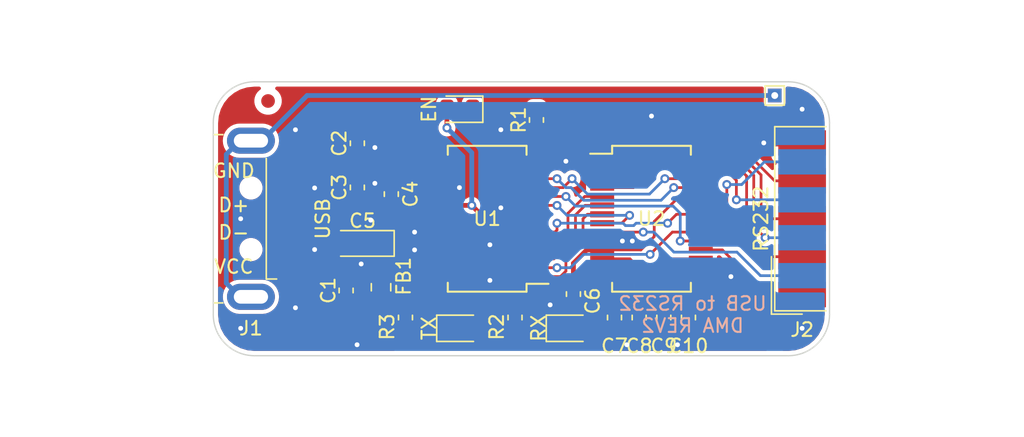
<source format=kicad_pcb>
(kicad_pcb (version 20171130) (host pcbnew "(5.1.0)-1")

  (general
    (thickness 1.6)
    (drawings 18)
    (tracks 286)
    (zones 0)
    (modules 24)
    (nets 41)
  )

  (page A4)
  (layers
    (0 F.Cu signal)
    (31 B.Cu signal)
    (32 B.Adhes user)
    (33 F.Adhes user)
    (34 B.Paste user)
    (35 F.Paste user)
    (36 B.SilkS user)
    (37 F.SilkS user)
    (38 B.Mask user)
    (39 F.Mask user)
    (40 Dwgs.User user)
    (41 Cmts.User user)
    (42 Eco1.User user)
    (43 Eco2.User user)
    (44 Edge.Cuts user)
    (45 Margin user)
    (46 B.CrtYd user)
    (47 F.CrtYd user)
    (48 B.Fab user hide)
    (49 F.Fab user hide)
  )

  (setup
    (last_trace_width 0.2)
    (user_trace_width 0.35)
    (user_trace_width 0.5)
    (trace_clearance 0.2)
    (zone_clearance 0.3)
    (zone_45_only no)
    (trace_min 0.2)
    (via_size 0.65)
    (via_drill 0.35)
    (via_min_size 0.4)
    (via_min_drill 0.3)
    (uvia_size 0.3)
    (uvia_drill 0.1)
    (uvias_allowed no)
    (uvia_min_size 0.2)
    (uvia_min_drill 0.1)
    (edge_width 0.05)
    (segment_width 0.2)
    (pcb_text_width 0.3)
    (pcb_text_size 1.5 1.5)
    (mod_edge_width 0.12)
    (mod_text_size 1 1)
    (mod_text_width 0.15)
    (pad_size 3.5 1.9)
    (pad_drill 2.5)
    (pad_to_mask_clearance 0.051)
    (solder_mask_min_width 0.25)
    (aux_axis_origin 0 20)
    (grid_origin 0 20)
    (visible_elements 7FFFFFFF)
    (pcbplotparams
      (layerselection 0x010fc_ffffffff)
      (usegerberextensions false)
      (usegerberattributes false)
      (usegerberadvancedattributes false)
      (creategerberjobfile false)
      (gerberprecision 5)
      (excludeedgelayer true)
      (linewidth 0.100000)
      (plotframeref false)
      (viasonmask false)
      (mode 1)
      (useauxorigin true)
      (hpglpennumber 1)
      (hpglpenspeed 20)
      (hpglpendiameter 15.000000)
      (psnegative false)
      (psa4output false)
      (plotreference false)
      (plotvalue false)
      (plotinvisibletext false)
      (padsonsilk false)
      (subtractmaskfromsilk true)
      (outputformat 1)
      (mirror false)
      (drillshape 0)
      (scaleselection 1)
      (outputdirectory "FTDItoRS232_R2-GERBER/"))
  )

  (net 0 "")
  (net 1 GND)
  (net 2 "Net-(C1-Pad2)")
  (net 3 "Net-(C4-Pad1)")
  (net 4 VCC)
  (net 5 "Net-(C7-Pad2)")
  (net 6 "Net-(C8-Pad2)")
  (net 7 "Net-(C8-Pad1)")
  (net 8 "Net-(C10-Pad1)")
  (net 9 /SHIELD)
  (net 10 "Net-(D1-Pad1)")
  (net 11 "Net-(D2-Pad1)")
  (net 12 "Net-(D3-Pad1)")
  (net 13 /PWREN#)
  (net 14 /SLEEP#)
  (net 15 /TXD)
  (net 16 /DTR#)
  (net 17 /RTS#)
  (net 18 /RXD)
  (net 19 /RI#)
  (net 20 /DSR#)
  (net 21 /DCD#)
  (net 22 /CTS#)
  (net 23 "Net-(U1-Pad27)")
  (net 24 "Net-(U1-Pad28)")
  (net 25 /D+)
  (net 26 /D-)
  (net 27 /TX_LED#)
  (net 28 /RX_LED#)
  (net 29 /TXDEN#)
  (net 30 /DCD)
  (net 31 /DTR)
  (net 32 /DSR)
  (net 33 /RTS)
  (net 34 /CTS)
  (net 35 /RI)
  (net 36 /TXD#)
  (net 37 /RXD#)
  (net 38 "Net-(C9-Pad1)")
  (net 39 "Net-(C10-Pad2)")
  (net 40 "Net-(U2-Pad28)")

  (net_class Default "This is the default net class."
    (clearance 0.2)
    (trace_width 0.2)
    (via_dia 0.65)
    (via_drill 0.35)
    (uvia_dia 0.3)
    (uvia_drill 0.1)
    (add_net /CTS)
    (add_net /CTS#)
    (add_net /D+)
    (add_net /D-)
    (add_net /DCD)
    (add_net /DCD#)
    (add_net /DSR)
    (add_net /DSR#)
    (add_net /DTR)
    (add_net /DTR#)
    (add_net /PWREN#)
    (add_net /RI)
    (add_net /RI#)
    (add_net /RTS)
    (add_net /RTS#)
    (add_net /RXD)
    (add_net /RXD#)
    (add_net /RX_LED#)
    (add_net /SHIELD)
    (add_net /SLEEP#)
    (add_net /TXD)
    (add_net /TXD#)
    (add_net /TXDEN#)
    (add_net /TX_LED#)
    (add_net GND)
    (add_net "Net-(C1-Pad2)")
    (add_net "Net-(C10-Pad1)")
    (add_net "Net-(C10-Pad2)")
    (add_net "Net-(C4-Pad1)")
    (add_net "Net-(C7-Pad2)")
    (add_net "Net-(C8-Pad1)")
    (add_net "Net-(C8-Pad2)")
    (add_net "Net-(C9-Pad1)")
    (add_net "Net-(D1-Pad1)")
    (add_net "Net-(D2-Pad1)")
    (add_net "Net-(D3-Pad1)")
    (add_net "Net-(U1-Pad27)")
    (add_net "Net-(U1-Pad28)")
    (add_net "Net-(U2-Pad28)")
    (add_net VCC)
  )

  (module Capacitor_SMD:C_0603_1608Metric (layer F.Cu) (tedit 5B301BBE) (tstamp 61F9EDF7)
    (at 9.7 15.2375 270)
    (descr "Capacitor SMD 0603 (1608 Metric), square (rectangular) end terminal, IPC_7351 nominal, (Body size source: http://www.tortai-tech.com/upload/download/2011102023233369053.pdf), generated with kicad-footprint-generator")
    (tags capacitor)
    (path /620959EE)
    (attr smd)
    (fp_text reference C1 (at 0 1.3 270) (layer F.SilkS)
      (effects (font (size 1 1) (thickness 0.15)))
    )
    (fp_text value 10nF (at 0 1.43 270) (layer F.Fab)
      (effects (font (size 1 1) (thickness 0.15)))
    )
    (fp_line (start -0.8 0.4) (end -0.8 -0.4) (layer F.Fab) (width 0.1))
    (fp_line (start -0.8 -0.4) (end 0.8 -0.4) (layer F.Fab) (width 0.1))
    (fp_line (start 0.8 -0.4) (end 0.8 0.4) (layer F.Fab) (width 0.1))
    (fp_line (start 0.8 0.4) (end -0.8 0.4) (layer F.Fab) (width 0.1))
    (fp_line (start -0.162779 -0.51) (end 0.162779 -0.51) (layer F.SilkS) (width 0.12))
    (fp_line (start -0.162779 0.51) (end 0.162779 0.51) (layer F.SilkS) (width 0.12))
    (fp_line (start -1.48 0.73) (end -1.48 -0.73) (layer F.CrtYd) (width 0.05))
    (fp_line (start -1.48 -0.73) (end 1.48 -0.73) (layer F.CrtYd) (width 0.05))
    (fp_line (start 1.48 -0.73) (end 1.48 0.73) (layer F.CrtYd) (width 0.05))
    (fp_line (start 1.48 0.73) (end -1.48 0.73) (layer F.CrtYd) (width 0.05))
    (fp_text user %R (at 0 0 270) (layer F.Fab)
      (effects (font (size 0.4 0.4) (thickness 0.06)))
    )
    (pad 1 smd roundrect (at -0.7875 0 270) (size 0.875 0.95) (layers F.Cu F.Paste F.Mask) (roundrect_rratio 0.25)
      (net 1 GND))
    (pad 2 smd roundrect (at 0.7875 0 270) (size 0.875 0.95) (layers F.Cu F.Paste F.Mask) (roundrect_rratio 0.25)
      (net 2 "Net-(C1-Pad2)"))
    (model ${KISYS3DMOD}/Capacitor_SMD.3dshapes/C_0603_1608Metric.wrl
      (at (xyz 0 0 0))
      (scale (xyz 1 1 1))
      (rotate (xyz 0 0 0))
    )
  )

  (module Capacitor_SMD:C_0603_1608Metric locked (layer F.Cu) (tedit 5B301BBE) (tstamp 61F9EE08)
    (at 10.52 4.4875 90)
    (descr "Capacitor SMD 0603 (1608 Metric), square (rectangular) end terminal, IPC_7351 nominal, (Body size source: http://www.tortai-tech.com/upload/download/2011102023233369053.pdf), generated with kicad-footprint-generator")
    (tags capacitor)
    (path /603E2DCF)
    (attr smd)
    (fp_text reference C2 (at 0 -1.32 270) (layer F.SilkS)
      (effects (font (size 1 1) (thickness 0.15)))
    )
    (fp_text value 47pF (at 0 1.43 90) (layer F.Fab)
      (effects (font (size 1 1) (thickness 0.15)))
    )
    (fp_line (start -0.8 0.4) (end -0.8 -0.4) (layer F.Fab) (width 0.1))
    (fp_line (start -0.8 -0.4) (end 0.8 -0.4) (layer F.Fab) (width 0.1))
    (fp_line (start 0.8 -0.4) (end 0.8 0.4) (layer F.Fab) (width 0.1))
    (fp_line (start 0.8 0.4) (end -0.8 0.4) (layer F.Fab) (width 0.1))
    (fp_line (start -0.162779 -0.51) (end 0.162779 -0.51) (layer F.SilkS) (width 0.12))
    (fp_line (start -0.162779 0.51) (end 0.162779 0.51) (layer F.SilkS) (width 0.12))
    (fp_line (start -1.48 0.73) (end -1.48 -0.73) (layer F.CrtYd) (width 0.05))
    (fp_line (start -1.48 -0.73) (end 1.48 -0.73) (layer F.CrtYd) (width 0.05))
    (fp_line (start 1.48 -0.73) (end 1.48 0.73) (layer F.CrtYd) (width 0.05))
    (fp_line (start 1.48 0.73) (end -1.48 0.73) (layer F.CrtYd) (width 0.05))
    (fp_text user %R (at 0 0 90) (layer F.Fab)
      (effects (font (size 0.4 0.4) (thickness 0.06)))
    )
    (pad 1 smd roundrect (at -0.7875 0 90) (size 0.875 0.95) (layers F.Cu F.Paste F.Mask) (roundrect_rratio 0.25)
      (net 25 /D+))
    (pad 2 smd roundrect (at 0.7875 0 90) (size 0.875 0.95) (layers F.Cu F.Paste F.Mask) (roundrect_rratio 0.25)
      (net 1 GND))
    (model ${KISYS3DMOD}/Capacitor_SMD.3dshapes/C_0603_1608Metric.wrl
      (at (xyz 0 0 0))
      (scale (xyz 1 1 1))
      (rotate (xyz 0 0 0))
    )
  )

  (module Capacitor_SMD:C_0603_1608Metric locked (layer F.Cu) (tedit 5B301BBE) (tstamp 61F9EE19)
    (at 10.52 7.7125 270)
    (descr "Capacitor SMD 0603 (1608 Metric), square (rectangular) end terminal, IPC_7351 nominal, (Body size source: http://www.tortai-tech.com/upload/download/2011102023233369053.pdf), generated with kicad-footprint-generator")
    (tags capacitor)
    (path /603E3F2A)
    (attr smd)
    (fp_text reference C3 (at 0 1.32 90) (layer F.SilkS)
      (effects (font (size 1 1) (thickness 0.15)))
    )
    (fp_text value 47pF (at 0 1.43 270) (layer F.Fab)
      (effects (font (size 1 1) (thickness 0.15)))
    )
    (fp_text user %R (at 0 0 270) (layer F.Fab)
      (effects (font (size 0.4 0.4) (thickness 0.06)))
    )
    (fp_line (start 1.48 0.73) (end -1.48 0.73) (layer F.CrtYd) (width 0.05))
    (fp_line (start 1.48 -0.73) (end 1.48 0.73) (layer F.CrtYd) (width 0.05))
    (fp_line (start -1.48 -0.73) (end 1.48 -0.73) (layer F.CrtYd) (width 0.05))
    (fp_line (start -1.48 0.73) (end -1.48 -0.73) (layer F.CrtYd) (width 0.05))
    (fp_line (start -0.162779 0.51) (end 0.162779 0.51) (layer F.SilkS) (width 0.12))
    (fp_line (start -0.162779 -0.51) (end 0.162779 -0.51) (layer F.SilkS) (width 0.12))
    (fp_line (start 0.8 0.4) (end -0.8 0.4) (layer F.Fab) (width 0.1))
    (fp_line (start 0.8 -0.4) (end 0.8 0.4) (layer F.Fab) (width 0.1))
    (fp_line (start -0.8 -0.4) (end 0.8 -0.4) (layer F.Fab) (width 0.1))
    (fp_line (start -0.8 0.4) (end -0.8 -0.4) (layer F.Fab) (width 0.1))
    (pad 2 smd roundrect (at 0.7875 0 270) (size 0.875 0.95) (layers F.Cu F.Paste F.Mask) (roundrect_rratio 0.25)
      (net 1 GND))
    (pad 1 smd roundrect (at -0.7875 0 270) (size 0.875 0.95) (layers F.Cu F.Paste F.Mask) (roundrect_rratio 0.25)
      (net 26 /D-))
    (model ${KISYS3DMOD}/Capacitor_SMD.3dshapes/C_0603_1608Metric.wrl
      (at (xyz 0 0 0))
      (scale (xyz 1 1 1))
      (rotate (xyz 0 0 0))
    )
  )

  (module Capacitor_SMD:C_0603_1608Metric (layer F.Cu) (tedit 5B301BBE) (tstamp 61F9EE2A)
    (at 13 8.2 270)
    (descr "Capacitor SMD 0603 (1608 Metric), square (rectangular) end terminal, IPC_7351 nominal, (Body size source: http://www.tortai-tech.com/upload/download/2011102023233369053.pdf), generated with kicad-footprint-generator")
    (tags capacitor)
    (path /603E4725)
    (attr smd)
    (fp_text reference C4 (at 0 -1.4 270) (layer F.SilkS)
      (effects (font (size 1 1) (thickness 0.15)))
    )
    (fp_text value 100nF (at 0 1.43 270) (layer F.Fab)
      (effects (font (size 1 1) (thickness 0.15)))
    )
    (fp_line (start -0.8 0.4) (end -0.8 -0.4) (layer F.Fab) (width 0.1))
    (fp_line (start -0.8 -0.4) (end 0.8 -0.4) (layer F.Fab) (width 0.1))
    (fp_line (start 0.8 -0.4) (end 0.8 0.4) (layer F.Fab) (width 0.1))
    (fp_line (start 0.8 0.4) (end -0.8 0.4) (layer F.Fab) (width 0.1))
    (fp_line (start -0.162779 -0.51) (end 0.162779 -0.51) (layer F.SilkS) (width 0.12))
    (fp_line (start -0.162779 0.51) (end 0.162779 0.51) (layer F.SilkS) (width 0.12))
    (fp_line (start -1.48 0.73) (end -1.48 -0.73) (layer F.CrtYd) (width 0.05))
    (fp_line (start -1.48 -0.73) (end 1.48 -0.73) (layer F.CrtYd) (width 0.05))
    (fp_line (start 1.48 -0.73) (end 1.48 0.73) (layer F.CrtYd) (width 0.05))
    (fp_line (start 1.48 0.73) (end -1.48 0.73) (layer F.CrtYd) (width 0.05))
    (fp_text user %R (at 0 0 270) (layer F.Fab)
      (effects (font (size 0.4 0.4) (thickness 0.06)))
    )
    (pad 1 smd roundrect (at -0.7875 0 270) (size 0.875 0.95) (layers F.Cu F.Paste F.Mask) (roundrect_rratio 0.25)
      (net 3 "Net-(C4-Pad1)"))
    (pad 2 smd roundrect (at 0.7875 0 270) (size 0.875 0.95) (layers F.Cu F.Paste F.Mask) (roundrect_rratio 0.25)
      (net 1 GND))
    (model ${KISYS3DMOD}/Capacitor_SMD.3dshapes/C_0603_1608Metric.wrl
      (at (xyz 0 0 0))
      (scale (xyz 1 1 1))
      (rotate (xyz 0 0 0))
    )
  )

  (module Capacitor_Tantalum_SMD:CP_EIA-3216-18_Kemet-A (layer F.Cu) (tedit 5B301BBE) (tstamp 61F9EE3D)
    (at 10.9 11.8 180)
    (descr "Tantalum Capacitor SMD Kemet-A (3216-18 Metric), IPC_7351 nominal, (Body size from: http://www.kemet.com/Lists/ProductCatalog/Attachments/253/KEM_TC101_STD.pdf), generated with kicad-footprint-generator")
    (tags "capacitor tantalum")
    (path /616A5CC3)
    (attr smd)
    (fp_text reference C5 (at 0 1.65) (layer F.SilkS)
      (effects (font (size 1 1) (thickness 0.15)))
    )
    (fp_text value 4.7uF (at 0 1.75 180) (layer F.Fab)
      (effects (font (size 1 1) (thickness 0.15)))
    )
    (fp_line (start 1.6 -0.8) (end -1.2 -0.8) (layer F.Fab) (width 0.1))
    (fp_line (start -1.2 -0.8) (end -1.6 -0.4) (layer F.Fab) (width 0.1))
    (fp_line (start -1.6 -0.4) (end -1.6 0.8) (layer F.Fab) (width 0.1))
    (fp_line (start -1.6 0.8) (end 1.6 0.8) (layer F.Fab) (width 0.1))
    (fp_line (start 1.6 0.8) (end 1.6 -0.8) (layer F.Fab) (width 0.1))
    (fp_line (start 1.6 -0.935) (end -2.31 -0.935) (layer F.SilkS) (width 0.12))
    (fp_line (start -2.31 -0.935) (end -2.31 0.935) (layer F.SilkS) (width 0.12))
    (fp_line (start -2.31 0.935) (end 1.6 0.935) (layer F.SilkS) (width 0.12))
    (fp_line (start -2.3 1.05) (end -2.3 -1.05) (layer F.CrtYd) (width 0.05))
    (fp_line (start -2.3 -1.05) (end 2.3 -1.05) (layer F.CrtYd) (width 0.05))
    (fp_line (start 2.3 -1.05) (end 2.3 1.05) (layer F.CrtYd) (width 0.05))
    (fp_line (start 2.3 1.05) (end -2.3 1.05) (layer F.CrtYd) (width 0.05))
    (fp_text user %R (at 0 0 180) (layer F.Fab)
      (effects (font (size 0.8 0.8) (thickness 0.12)))
    )
    (pad 1 smd roundrect (at -1.35 0 180) (size 1.4 1.35) (layers F.Cu F.Paste F.Mask) (roundrect_rratio 0.185185)
      (net 4 VCC))
    (pad 2 smd roundrect (at 1.35 0 180) (size 1.4 1.35) (layers F.Cu F.Paste F.Mask) (roundrect_rratio 0.185185)
      (net 1 GND))
    (model ${KISYS3DMOD}/Capacitor_Tantalum_SMD.3dshapes/CP_EIA-3216-18_Kemet-A.wrl
      (at (xyz 0 0 0))
      (scale (xyz 1 1 1))
      (rotate (xyz 0 0 0))
    )
  )

  (module Capacitor_SMD:C_0603_1608Metric (layer F.Cu) (tedit 5B301BBE) (tstamp 61F9EE4E)
    (at 26.3 15.5 270)
    (descr "Capacitor SMD 0603 (1608 Metric), square (rectangular) end terminal, IPC_7351 nominal, (Body size source: http://www.tortai-tech.com/upload/download/2011102023233369053.pdf), generated with kicad-footprint-generator")
    (tags capacitor)
    (path /6181F21B)
    (attr smd)
    (fp_text reference C6 (at 0.5 -1.4 90) (layer F.SilkS)
      (effects (font (size 1 1) (thickness 0.15)))
    )
    (fp_text value 100nF (at 0 1.43 270) (layer F.Fab)
      (effects (font (size 1 1) (thickness 0.15)))
    )
    (fp_text user %R (at 0 0 270) (layer F.Fab)
      (effects (font (size 0.4 0.4) (thickness 0.06)))
    )
    (fp_line (start 1.48 0.73) (end -1.48 0.73) (layer F.CrtYd) (width 0.05))
    (fp_line (start 1.48 -0.73) (end 1.48 0.73) (layer F.CrtYd) (width 0.05))
    (fp_line (start -1.48 -0.73) (end 1.48 -0.73) (layer F.CrtYd) (width 0.05))
    (fp_line (start -1.48 0.73) (end -1.48 -0.73) (layer F.CrtYd) (width 0.05))
    (fp_line (start -0.162779 0.51) (end 0.162779 0.51) (layer F.SilkS) (width 0.12))
    (fp_line (start -0.162779 -0.51) (end 0.162779 -0.51) (layer F.SilkS) (width 0.12))
    (fp_line (start 0.8 0.4) (end -0.8 0.4) (layer F.Fab) (width 0.1))
    (fp_line (start 0.8 -0.4) (end 0.8 0.4) (layer F.Fab) (width 0.1))
    (fp_line (start -0.8 -0.4) (end 0.8 -0.4) (layer F.Fab) (width 0.1))
    (fp_line (start -0.8 0.4) (end -0.8 -0.4) (layer F.Fab) (width 0.1))
    (pad 2 smd roundrect (at 0.7875 0 270) (size 0.875 0.95) (layers F.Cu F.Paste F.Mask) (roundrect_rratio 0.25)
      (net 1 GND))
    (pad 1 smd roundrect (at -0.7875 0 270) (size 0.875 0.95) (layers F.Cu F.Paste F.Mask) (roundrect_rratio 0.25)
      (net 4 VCC))
    (model ${KISYS3DMOD}/Capacitor_SMD.3dshapes/C_0603_1608Metric.wrl
      (at (xyz 0 0 0))
      (scale (xyz 1 1 1))
      (rotate (xyz 0 0 0))
    )
  )

  (module Capacitor_SMD:C_0603_1608Metric (layer F.Cu) (tedit 5B301BBE) (tstamp 61F9EE5F)
    (at 31.1 17.2125 270)
    (descr "Capacitor SMD 0603 (1608 Metric), square (rectangular) end terminal, IPC_7351 nominal, (Body size source: http://www.tortai-tech.com/upload/download/2011102023233369053.pdf), generated with kicad-footprint-generator")
    (tags capacitor)
    (path /603E3BE3)
    (attr smd)
    (fp_text reference C8 (at 2.075 0) (layer F.SilkS)
      (effects (font (size 1 1) (thickness 0.15)))
    )
    (fp_text value 100nF (at 0 1.43 270) (layer F.Fab)
      (effects (font (size 1 1) (thickness 0.15)))
    )
    (fp_line (start -0.8 0.4) (end -0.8 -0.4) (layer F.Fab) (width 0.1))
    (fp_line (start -0.8 -0.4) (end 0.8 -0.4) (layer F.Fab) (width 0.1))
    (fp_line (start 0.8 -0.4) (end 0.8 0.4) (layer F.Fab) (width 0.1))
    (fp_line (start 0.8 0.4) (end -0.8 0.4) (layer F.Fab) (width 0.1))
    (fp_line (start -0.162779 -0.51) (end 0.162779 -0.51) (layer F.SilkS) (width 0.12))
    (fp_line (start -0.162779 0.51) (end 0.162779 0.51) (layer F.SilkS) (width 0.12))
    (fp_line (start -1.48 0.73) (end -1.48 -0.73) (layer F.CrtYd) (width 0.05))
    (fp_line (start -1.48 -0.73) (end 1.48 -0.73) (layer F.CrtYd) (width 0.05))
    (fp_line (start 1.48 -0.73) (end 1.48 0.73) (layer F.CrtYd) (width 0.05))
    (fp_line (start 1.48 0.73) (end -1.48 0.73) (layer F.CrtYd) (width 0.05))
    (fp_text user %R (at 0 0 270) (layer F.Fab)
      (effects (font (size 0.4 0.4) (thickness 0.06)))
    )
    (pad 1 smd roundrect (at -0.7875 0 270) (size 0.875 0.95) (layers F.Cu F.Paste F.Mask) (roundrect_rratio 0.25)
      (net 7 "Net-(C8-Pad1)"))
    (pad 2 smd roundrect (at 0.7875 0 270) (size 0.875 0.95) (layers F.Cu F.Paste F.Mask) (roundrect_rratio 0.25)
      (net 6 "Net-(C8-Pad2)"))
    (model ${KISYS3DMOD}/Capacitor_SMD.3dshapes/C_0603_1608Metric.wrl
      (at (xyz 0 0 0))
      (scale (xyz 1 1 1))
      (rotate (xyz 0 0 0))
    )
  )

  (module Capacitor_SMD:C_0603_1608Metric (layer F.Cu) (tedit 5B301BBE) (tstamp 61F9EE70)
    (at 34.7 17.2125 270)
    (descr "Capacitor SMD 0603 (1608 Metric), square (rectangular) end terminal, IPC_7351 nominal, (Body size source: http://www.tortai-tech.com/upload/download/2011102023233369053.pdf), generated with kicad-footprint-generator")
    (tags capacitor)
    (path /603E472B)
    (attr smd)
    (fp_text reference C10 (at 2.075 0) (layer F.SilkS)
      (effects (font (size 1 1) (thickness 0.15)))
    )
    (fp_text value 100nF (at 0 1.43 270) (layer F.Fab)
      (effects (font (size 1 1) (thickness 0.15)))
    )
    (fp_text user %R (at 0 0 270) (layer F.Fab)
      (effects (font (size 0.4 0.4) (thickness 0.06)))
    )
    (fp_line (start 1.48 0.73) (end -1.48 0.73) (layer F.CrtYd) (width 0.05))
    (fp_line (start 1.48 -0.73) (end 1.48 0.73) (layer F.CrtYd) (width 0.05))
    (fp_line (start -1.48 -0.73) (end 1.48 -0.73) (layer F.CrtYd) (width 0.05))
    (fp_line (start -1.48 0.73) (end -1.48 -0.73) (layer F.CrtYd) (width 0.05))
    (fp_line (start -0.162779 0.51) (end 0.162779 0.51) (layer F.SilkS) (width 0.12))
    (fp_line (start -0.162779 -0.51) (end 0.162779 -0.51) (layer F.SilkS) (width 0.12))
    (fp_line (start 0.8 0.4) (end -0.8 0.4) (layer F.Fab) (width 0.1))
    (fp_line (start 0.8 -0.4) (end 0.8 0.4) (layer F.Fab) (width 0.1))
    (fp_line (start -0.8 -0.4) (end 0.8 -0.4) (layer F.Fab) (width 0.1))
    (fp_line (start -0.8 0.4) (end -0.8 -0.4) (layer F.Fab) (width 0.1))
    (pad 2 smd roundrect (at 0.7875 0 270) (size 0.875 0.95) (layers F.Cu F.Paste F.Mask) (roundrect_rratio 0.25)
      (net 39 "Net-(C10-Pad2)"))
    (pad 1 smd roundrect (at -0.7875 0 270) (size 0.875 0.95) (layers F.Cu F.Paste F.Mask) (roundrect_rratio 0.25)
      (net 8 "Net-(C10-Pad1)"))
    (model ${KISYS3DMOD}/Capacitor_SMD.3dshapes/C_0603_1608Metric.wrl
      (at (xyz 0 0 0))
      (scale (xyz 1 1 1))
      (rotate (xyz 0 0 0))
    )
  )

  (module Capacitor_SMD:C_0603_1608Metric (layer F.Cu) (tedit 5B301BBE) (tstamp 61F9EE81)
    (at 29.3 17.2125 90)
    (descr "Capacitor SMD 0603 (1608 Metric), square (rectangular) end terminal, IPC_7351 nominal, (Body size source: http://www.tortai-tech.com/upload/download/2011102023233369053.pdf), generated with kicad-footprint-generator")
    (tags capacitor)
    (path /603E6EC7)
    (attr smd)
    (fp_text reference C7 (at -2.075 0 180) (layer F.SilkS)
      (effects (font (size 1 1) (thickness 0.15)))
    )
    (fp_text value 100nF (at 0 1.43 90) (layer F.Fab)
      (effects (font (size 1 1) (thickness 0.15)))
    )
    (fp_line (start -0.8 0.4) (end -0.8 -0.4) (layer F.Fab) (width 0.1))
    (fp_line (start -0.8 -0.4) (end 0.8 -0.4) (layer F.Fab) (width 0.1))
    (fp_line (start 0.8 -0.4) (end 0.8 0.4) (layer F.Fab) (width 0.1))
    (fp_line (start 0.8 0.4) (end -0.8 0.4) (layer F.Fab) (width 0.1))
    (fp_line (start -0.162779 -0.51) (end 0.162779 -0.51) (layer F.SilkS) (width 0.12))
    (fp_line (start -0.162779 0.51) (end 0.162779 0.51) (layer F.SilkS) (width 0.12))
    (fp_line (start -1.48 0.73) (end -1.48 -0.73) (layer F.CrtYd) (width 0.05))
    (fp_line (start -1.48 -0.73) (end 1.48 -0.73) (layer F.CrtYd) (width 0.05))
    (fp_line (start 1.48 -0.73) (end 1.48 0.73) (layer F.CrtYd) (width 0.05))
    (fp_line (start 1.48 0.73) (end -1.48 0.73) (layer F.CrtYd) (width 0.05))
    (fp_text user %R (at 0 0 90) (layer F.Fab)
      (effects (font (size 0.4 0.4) (thickness 0.06)))
    )
    (pad 1 smd roundrect (at -0.7875 0 90) (size 0.875 0.95) (layers F.Cu F.Paste F.Mask) (roundrect_rratio 0.25)
      (net 4 VCC))
    (pad 2 smd roundrect (at 0.7875 0 90) (size 0.875 0.95) (layers F.Cu F.Paste F.Mask) (roundrect_rratio 0.25)
      (net 5 "Net-(C7-Pad2)"))
    (model ${KISYS3DMOD}/Capacitor_SMD.3dshapes/C_0603_1608Metric.wrl
      (at (xyz 0 0 0))
      (scale (xyz 1 1 1))
      (rotate (xyz 0 0 0))
    )
  )

  (module Capacitor_SMD:C_0603_1608Metric (layer F.Cu) (tedit 5B301BBE) (tstamp 61F9EE92)
    (at 32.9 17.2125 270)
    (descr "Capacitor SMD 0603 (1608 Metric), square (rectangular) end terminal, IPC_7351 nominal, (Body size source: http://www.tortai-tech.com/upload/download/2011102023233369053.pdf), generated with kicad-footprint-generator")
    (tags capacitor)
    (path /603E4E5A)
    (attr smd)
    (fp_text reference C9 (at 2.075 0) (layer F.SilkS)
      (effects (font (size 1 1) (thickness 0.15)))
    )
    (fp_text value 100nF (at 0 1.43 270) (layer F.Fab)
      (effects (font (size 1 1) (thickness 0.15)))
    )
    (fp_text user %R (at 0 0 270) (layer F.Fab)
      (effects (font (size 0.4 0.4) (thickness 0.06)))
    )
    (fp_line (start 1.48 0.73) (end -1.48 0.73) (layer F.CrtYd) (width 0.05))
    (fp_line (start 1.48 -0.73) (end 1.48 0.73) (layer F.CrtYd) (width 0.05))
    (fp_line (start -1.48 -0.73) (end 1.48 -0.73) (layer F.CrtYd) (width 0.05))
    (fp_line (start -1.48 0.73) (end -1.48 -0.73) (layer F.CrtYd) (width 0.05))
    (fp_line (start -0.162779 0.51) (end 0.162779 0.51) (layer F.SilkS) (width 0.12))
    (fp_line (start -0.162779 -0.51) (end 0.162779 -0.51) (layer F.SilkS) (width 0.12))
    (fp_line (start 0.8 0.4) (end -0.8 0.4) (layer F.Fab) (width 0.1))
    (fp_line (start 0.8 -0.4) (end 0.8 0.4) (layer F.Fab) (width 0.1))
    (fp_line (start -0.8 -0.4) (end 0.8 -0.4) (layer F.Fab) (width 0.1))
    (fp_line (start -0.8 0.4) (end -0.8 -0.4) (layer F.Fab) (width 0.1))
    (pad 2 smd roundrect (at 0.7875 0 270) (size 0.875 0.95) (layers F.Cu F.Paste F.Mask) (roundrect_rratio 0.25)
      (net 1 GND))
    (pad 1 smd roundrect (at -0.7875 0 270) (size 0.875 0.95) (layers F.Cu F.Paste F.Mask) (roundrect_rratio 0.25)
      (net 38 "Net-(C9-Pad1)"))
    (model ${KISYS3DMOD}/Capacitor_SMD.3dshapes/C_0603_1608Metric.wrl
      (at (xyz 0 0 0))
      (scale (xyz 1 1 1))
      (rotate (xyz 0 0 0))
    )
  )

  (module LED_SMD:LED_0805_2012Metric (layer F.Cu) (tedit 5B36C52C) (tstamp 61F9EF32)
    (at 18 2 180)
    (descr "LED SMD 0805 (2012 Metric), square (rectangular) end terminal, IPC_7351 nominal, (Body size source: https://docs.google.com/spreadsheets/d/1BsfQQcO9C6DZCsRaXUlFlo91Tg2WpOkGARC1WS5S8t0/edit?usp=sharing), generated with kicad-footprint-generator")
    (tags diode)
    (path /603D82AB)
    (attr smd)
    (fp_text reference D1 (at 0 -1.6 180) (layer F.SilkS) hide
      (effects (font (size 1 1) (thickness 0.15)))
    )
    (fp_text value PWR (at 0 1.65 180) (layer F.Fab)
      (effects (font (size 1 1) (thickness 0.15)))
    )
    (fp_text user %R (at 0 0 180) (layer F.Fab)
      (effects (font (size 0.5 0.5) (thickness 0.08)))
    )
    (fp_line (start 1.68 0.95) (end -1.68 0.95) (layer F.CrtYd) (width 0.05))
    (fp_line (start 1.68 -0.95) (end 1.68 0.95) (layer F.CrtYd) (width 0.05))
    (fp_line (start -1.68 -0.95) (end 1.68 -0.95) (layer F.CrtYd) (width 0.05))
    (fp_line (start -1.68 0.95) (end -1.68 -0.95) (layer F.CrtYd) (width 0.05))
    (fp_line (start -1.685 0.96) (end 1 0.96) (layer F.SilkS) (width 0.12))
    (fp_line (start -1.685 -0.96) (end -1.685 0.96) (layer F.SilkS) (width 0.12))
    (fp_line (start 1 -0.96) (end -1.685 -0.96) (layer F.SilkS) (width 0.12))
    (fp_line (start 1 0.6) (end 1 -0.6) (layer F.Fab) (width 0.1))
    (fp_line (start -1 0.6) (end 1 0.6) (layer F.Fab) (width 0.1))
    (fp_line (start -1 -0.3) (end -1 0.6) (layer F.Fab) (width 0.1))
    (fp_line (start -0.7 -0.6) (end -1 -0.3) (layer F.Fab) (width 0.1))
    (fp_line (start 1 -0.6) (end -0.7 -0.6) (layer F.Fab) (width 0.1))
    (pad 2 smd roundrect (at 0.9375 0 180) (size 0.975 1.4) (layers F.Cu F.Paste F.Mask) (roundrect_rratio 0.25)
      (net 4 VCC))
    (pad 1 smd roundrect (at -0.9375 0 180) (size 0.975 1.4) (layers F.Cu F.Paste F.Mask) (roundrect_rratio 0.25)
      (net 10 "Net-(D1-Pad1)"))
    (model ${KISYS3DMOD}/LED_SMD.3dshapes/LED_0805_2012Metric.wrl
      (at (xyz 0 0 0))
      (scale (xyz 1 1 1))
      (rotate (xyz 0 0 0))
    )
  )

  (module LED_SMD:LED_0805_2012Metric (layer F.Cu) (tedit 5B36C52C) (tstamp 61F9EF45)
    (at 26 18)
    (descr "LED SMD 0805 (2012 Metric), square (rectangular) end terminal, IPC_7351 nominal, (Body size source: https://docs.google.com/spreadsheets/d/1BsfQQcO9C6DZCsRaXUlFlo91Tg2WpOkGARC1WS5S8t0/edit?usp=sharing), generated with kicad-footprint-generator")
    (tags diode)
    (path /603D7F2F)
    (attr smd)
    (fp_text reference D2 (at -1.4 -1.6) (layer F.SilkS) hide
      (effects (font (size 1 1) (thickness 0.15)))
    )
    (fp_text value RX (at 0 1.65) (layer F.Fab)
      (effects (font (size 1 1) (thickness 0.15)))
    )
    (fp_line (start 1 -0.6) (end -0.7 -0.6) (layer F.Fab) (width 0.1))
    (fp_line (start -0.7 -0.6) (end -1 -0.3) (layer F.Fab) (width 0.1))
    (fp_line (start -1 -0.3) (end -1 0.6) (layer F.Fab) (width 0.1))
    (fp_line (start -1 0.6) (end 1 0.6) (layer F.Fab) (width 0.1))
    (fp_line (start 1 0.6) (end 1 -0.6) (layer F.Fab) (width 0.1))
    (fp_line (start 1 -0.96) (end -1.685 -0.96) (layer F.SilkS) (width 0.12))
    (fp_line (start -1.685 -0.96) (end -1.685 0.96) (layer F.SilkS) (width 0.12))
    (fp_line (start -1.685 0.96) (end 1 0.96) (layer F.SilkS) (width 0.12))
    (fp_line (start -1.68 0.95) (end -1.68 -0.95) (layer F.CrtYd) (width 0.05))
    (fp_line (start -1.68 -0.95) (end 1.68 -0.95) (layer F.CrtYd) (width 0.05))
    (fp_line (start 1.68 -0.95) (end 1.68 0.95) (layer F.CrtYd) (width 0.05))
    (fp_line (start 1.68 0.95) (end -1.68 0.95) (layer F.CrtYd) (width 0.05))
    (fp_text user %R (at 0 0) (layer F.Fab)
      (effects (font (size 0.5 0.5) (thickness 0.08)))
    )
    (pad 1 smd roundrect (at -0.9375 0) (size 0.975 1.4) (layers F.Cu F.Paste F.Mask) (roundrect_rratio 0.25)
      (net 11 "Net-(D2-Pad1)"))
    (pad 2 smd roundrect (at 0.9375 0) (size 0.975 1.4) (layers F.Cu F.Paste F.Mask) (roundrect_rratio 0.25)
      (net 4 VCC))
    (model ${KISYS3DMOD}/LED_SMD.3dshapes/LED_0805_2012Metric.wrl
      (at (xyz 0 0 0))
      (scale (xyz 1 1 1))
      (rotate (xyz 0 0 0))
    )
  )

  (module LED_SMD:LED_0805_2012Metric (layer F.Cu) (tedit 5B36C52C) (tstamp 61F9EF58)
    (at 18 18)
    (descr "LED SMD 0805 (2012 Metric), square (rectangular) end terminal, IPC_7351 nominal, (Body size source: https://docs.google.com/spreadsheets/d/1BsfQQcO9C6DZCsRaXUlFlo91Tg2WpOkGARC1WS5S8t0/edit?usp=sharing), generated with kicad-footprint-generator")
    (tags diode)
    (path /603D7571)
    (attr smd)
    (fp_text reference D3 (at 0 -1.65) (layer F.SilkS) hide
      (effects (font (size 1 1) (thickness 0.15)))
    )
    (fp_text value TX (at 0 1.65) (layer F.Fab)
      (effects (font (size 1 1) (thickness 0.15)))
    )
    (fp_line (start 1 -0.6) (end -0.7 -0.6) (layer F.Fab) (width 0.1))
    (fp_line (start -0.7 -0.6) (end -1 -0.3) (layer F.Fab) (width 0.1))
    (fp_line (start -1 -0.3) (end -1 0.6) (layer F.Fab) (width 0.1))
    (fp_line (start -1 0.6) (end 1 0.6) (layer F.Fab) (width 0.1))
    (fp_line (start 1 0.6) (end 1 -0.6) (layer F.Fab) (width 0.1))
    (fp_line (start 1 -0.96) (end -1.685 -0.96) (layer F.SilkS) (width 0.12))
    (fp_line (start -1.685 -0.96) (end -1.685 0.96) (layer F.SilkS) (width 0.12))
    (fp_line (start -1.685 0.96) (end 1 0.96) (layer F.SilkS) (width 0.12))
    (fp_line (start -1.68 0.95) (end -1.68 -0.95) (layer F.CrtYd) (width 0.05))
    (fp_line (start -1.68 -0.95) (end 1.68 -0.95) (layer F.CrtYd) (width 0.05))
    (fp_line (start 1.68 -0.95) (end 1.68 0.95) (layer F.CrtYd) (width 0.05))
    (fp_line (start 1.68 0.95) (end -1.68 0.95) (layer F.CrtYd) (width 0.05))
    (fp_text user %R (at 0 0) (layer F.Fab)
      (effects (font (size 0.5 0.5) (thickness 0.08)))
    )
    (pad 1 smd roundrect (at -0.9375 0) (size 0.975 1.4) (layers F.Cu F.Paste F.Mask) (roundrect_rratio 0.25)
      (net 12 "Net-(D3-Pad1)"))
    (pad 2 smd roundrect (at 0.9375 0) (size 0.975 1.4) (layers F.Cu F.Paste F.Mask) (roundrect_rratio 0.25)
      (net 4 VCC))
    (model ${KISYS3DMOD}/LED_SMD.3dshapes/LED_0805_2012Metric.wrl
      (at (xyz 0 0 0))
      (scale (xyz 1 1 1))
      (rotate (xyz 0 0 0))
    )
  )

  (module Inductor_SMD:L_0805_2012Metric_Pad1.15x1.40mm_HandSolder (layer F.Cu) (tedit 5B36C52B) (tstamp 61F9EF69)
    (at 12.25 15 270)
    (descr "Capacitor SMD 0805 (2012 Metric), square (rectangular) end terminal, IPC_7351 nominal with elongated pad for handsoldering. (Body size source: https://docs.google.com/spreadsheets/d/1BsfQQcO9C6DZCsRaXUlFlo91Tg2WpOkGARC1WS5S8t0/edit?usp=sharing), generated with kicad-footprint-generator")
    (tags "inductor handsolder")
    (path /603E76F9)
    (attr smd)
    (fp_text reference FB1 (at -0.8 -1.65 270) (layer F.SilkS)
      (effects (font (size 1 1) (thickness 0.15)))
    )
    (fp_text value "FERRITE BEAD" (at 0 1.65 270) (layer F.Fab)
      (effects (font (size 1 1) (thickness 0.15)))
    )
    (fp_line (start -1 0.6) (end -1 -0.6) (layer F.Fab) (width 0.1))
    (fp_line (start -1 -0.6) (end 1 -0.6) (layer F.Fab) (width 0.1))
    (fp_line (start 1 -0.6) (end 1 0.6) (layer F.Fab) (width 0.1))
    (fp_line (start 1 0.6) (end -1 0.6) (layer F.Fab) (width 0.1))
    (fp_line (start -0.261252 -0.71) (end 0.261252 -0.71) (layer F.SilkS) (width 0.12))
    (fp_line (start -0.261252 0.71) (end 0.261252 0.71) (layer F.SilkS) (width 0.12))
    (fp_line (start -1.85 0.95) (end -1.85 -0.95) (layer F.CrtYd) (width 0.05))
    (fp_line (start -1.85 -0.95) (end 1.85 -0.95) (layer F.CrtYd) (width 0.05))
    (fp_line (start 1.85 -0.95) (end 1.85 0.95) (layer F.CrtYd) (width 0.05))
    (fp_line (start 1.85 0.95) (end -1.85 0.95) (layer F.CrtYd) (width 0.05))
    (fp_text user %R (at 0 0 270) (layer F.Fab)
      (effects (font (size 0.5 0.5) (thickness 0.08)))
    )
    (pad 1 smd roundrect (at -1.025 0 270) (size 1.15 1.4) (layers F.Cu F.Paste F.Mask) (roundrect_rratio 0.217391)
      (net 4 VCC))
    (pad 2 smd roundrect (at 1.025 0 270) (size 1.15 1.4) (layers F.Cu F.Paste F.Mask) (roundrect_rratio 0.217391)
      (net 2 "Net-(C1-Pad2)"))
    (model ${KISYS3DMOD}/Inductor_SMD.3dshapes/L_0805_2012Metric.wrl
      (at (xyz 0 0 0))
      (scale (xyz 1 1 1))
      (rotate (xyz 0 0 0))
    )
  )

  (module TestPoint:TestPoint_THTPad_1.0x1.0mm_Drill0.5mm (layer F.Cu) (tedit 5A0F774F) (tstamp 61F9EFEE)
    (at 41 1)
    (descr "THT rectangular pad as test Point, square 1.0mm side length, hole diameter 0.5mm")
    (tags "test point THT pad rectangle square")
    (path /616FB868)
    (attr virtual)
    (fp_text reference TP1 (at 2.4 0) (layer F.SilkS) hide
      (effects (font (size 1 1) (thickness 0.15)))
    )
    (fp_text value SHIELD (at 0 1.55) (layer F.Fab)
      (effects (font (size 1 1) (thickness 0.15)))
    )
    (fp_text user %R (at 0 -1.45) (layer F.Fab)
      (effects (font (size 1 1) (thickness 0.15)))
    )
    (fp_line (start -0.7 -0.7) (end 0.7 -0.7) (layer F.SilkS) (width 0.12))
    (fp_line (start 0.7 -0.7) (end 0.7 0.7) (layer F.SilkS) (width 0.12))
    (fp_line (start 0.7 0.7) (end -0.7 0.7) (layer F.SilkS) (width 0.12))
    (fp_line (start -0.7 0.7) (end -0.7 -0.7) (layer F.SilkS) (width 0.12))
    (fp_line (start -1 -1) (end 1 -1) (layer F.CrtYd) (width 0.05))
    (fp_line (start -1 -1) (end -1 1) (layer F.CrtYd) (width 0.05))
    (fp_line (start 1 1) (end 1 -1) (layer F.CrtYd) (width 0.05))
    (fp_line (start 1 1) (end -1 1) (layer F.CrtYd) (width 0.05))
    (pad 1 thru_hole rect (at 0 0) (size 1 1) (drill 0.5) (layers *.Cu *.Mask)
      (net 9 /SHIELD))
  )

  (module Package_SO:SSOP-28_5.3x10.2mm_P0.65mm (layer F.Cu) (tedit 5A02F25C) (tstamp 61F9F01F)
    (at 20 10 180)
    (descr "28-Lead Plastic Shrink Small Outline (SS)-5.30 mm Body [SSOP] (see Microchip Packaging Specification 00000049BS.pdf)")
    (tags "SSOP 0.65")
    (path /603D46EC)
    (attr smd)
    (fp_text reference U1 (at 0 0 180) (layer F.SilkS)
      (effects (font (size 1 1) (thickness 0.15)))
    )
    (fp_text value FT232RL (at 0 6.25 180) (layer F.Fab)
      (effects (font (size 1 1) (thickness 0.15)))
    )
    (fp_line (start -1.65 -5.1) (end 2.65 -5.1) (layer F.Fab) (width 0.15))
    (fp_line (start 2.65 -5.1) (end 2.65 5.1) (layer F.Fab) (width 0.15))
    (fp_line (start 2.65 5.1) (end -2.65 5.1) (layer F.Fab) (width 0.15))
    (fp_line (start -2.65 5.1) (end -2.65 -4.1) (layer F.Fab) (width 0.15))
    (fp_line (start -2.65 -4.1) (end -1.65 -5.1) (layer F.Fab) (width 0.15))
    (fp_line (start -4.75 -5.5) (end -4.75 5.5) (layer F.CrtYd) (width 0.05))
    (fp_line (start 4.75 -5.5) (end 4.75 5.5) (layer F.CrtYd) (width 0.05))
    (fp_line (start -4.75 -5.5) (end 4.75 -5.5) (layer F.CrtYd) (width 0.05))
    (fp_line (start -4.75 5.5) (end 4.75 5.5) (layer F.CrtYd) (width 0.05))
    (fp_line (start -2.875 -5.325) (end -2.875 -4.75) (layer F.SilkS) (width 0.15))
    (fp_line (start 2.875 -5.325) (end 2.875 -4.675) (layer F.SilkS) (width 0.15))
    (fp_line (start 2.875 5.325) (end 2.875 4.675) (layer F.SilkS) (width 0.15))
    (fp_line (start -2.875 5.325) (end -2.875 4.675) (layer F.SilkS) (width 0.15))
    (fp_line (start -2.875 -5.325) (end 2.875 -5.325) (layer F.SilkS) (width 0.15))
    (fp_line (start -2.875 5.325) (end 2.875 5.325) (layer F.SilkS) (width 0.15))
    (fp_line (start -2.875 -4.75) (end -4.475 -4.75) (layer F.SilkS) (width 0.15))
    (fp_text user %R (at 0 0 180) (layer F.Fab)
      (effects (font (size 0.8 0.8) (thickness 0.15)))
    )
    (pad 1 smd rect (at -3.6 -4.225 180) (size 1.75 0.45) (layers F.Cu F.Paste F.Mask)
      (net 36 /TXD#))
    (pad 2 smd rect (at -3.6 -3.575 180) (size 1.75 0.45) (layers F.Cu F.Paste F.Mask)
      (net 16 /DTR#))
    (pad 3 smd rect (at -3.6 -2.925 180) (size 1.75 0.45) (layers F.Cu F.Paste F.Mask)
      (net 17 /RTS#))
    (pad 4 smd rect (at -3.6 -2.275 180) (size 1.75 0.45) (layers F.Cu F.Paste F.Mask)
      (net 4 VCC))
    (pad 5 smd rect (at -3.6 -1.625 180) (size 1.75 0.45) (layers F.Cu F.Paste F.Mask)
      (net 37 /RXD#))
    (pad 6 smd rect (at -3.6 -0.975 180) (size 1.75 0.45) (layers F.Cu F.Paste F.Mask)
      (net 19 /RI#))
    (pad 7 smd rect (at -3.6 -0.325 180) (size 1.75 0.45) (layers F.Cu F.Paste F.Mask)
      (net 1 GND))
    (pad 8 smd rect (at -3.6 0.325 180) (size 1.75 0.45) (layers F.Cu F.Paste F.Mask))
    (pad 9 smd rect (at -3.6 0.975 180) (size 1.75 0.45) (layers F.Cu F.Paste F.Mask)
      (net 20 /DSR#))
    (pad 10 smd rect (at -3.6 1.625 180) (size 1.75 0.45) (layers F.Cu F.Paste F.Mask)
      (net 21 /DCD#))
    (pad 11 smd rect (at -3.6 2.275 180) (size 1.75 0.45) (layers F.Cu F.Paste F.Mask)
      (net 22 /CTS#))
    (pad 12 smd rect (at -3.6 2.925 180) (size 1.75 0.45) (layers F.Cu F.Paste F.Mask)
      (net 14 /SLEEP#))
    (pad 13 smd rect (at -3.6 3.575 180) (size 1.75 0.45) (layers F.Cu F.Paste F.Mask)
      (net 29 /TXDEN#))
    (pad 14 smd rect (at -3.6 4.225 180) (size 1.75 0.45) (layers F.Cu F.Paste F.Mask)
      (net 13 /PWREN#))
    (pad 15 smd rect (at 3.6 4.225 180) (size 1.75 0.45) (layers F.Cu F.Paste F.Mask)
      (net 25 /D+))
    (pad 16 smd rect (at 3.6 3.575 180) (size 1.75 0.45) (layers F.Cu F.Paste F.Mask)
      (net 26 /D-))
    (pad 17 smd rect (at 3.6 2.925 180) (size 1.75 0.45) (layers F.Cu F.Paste F.Mask)
      (net 3 "Net-(C4-Pad1)"))
    (pad 18 smd rect (at 3.6 2.275 180) (size 1.75 0.45) (layers F.Cu F.Paste F.Mask)
      (net 1 GND))
    (pad 19 smd rect (at 3.6 1.625 180) (size 1.75 0.45) (layers F.Cu F.Paste F.Mask)
      (net 4 VCC))
    (pad 20 smd rect (at 3.6 0.975 180) (size 1.75 0.45) (layers F.Cu F.Paste F.Mask)
      (net 4 VCC))
    (pad 21 smd rect (at 3.6 0.325 180) (size 1.75 0.45) (layers F.Cu F.Paste F.Mask)
      (net 1 GND))
    (pad 22 smd rect (at 3.6 -0.325 180) (size 1.75 0.45) (layers F.Cu F.Paste F.Mask)
      (net 28 /RX_LED#))
    (pad 23 smd rect (at 3.6 -0.975 180) (size 1.75 0.45) (layers F.Cu F.Paste F.Mask)
      (net 27 /TX_LED#))
    (pad 24 smd rect (at 3.6 -1.625 180) (size 1.75 0.45) (layers F.Cu F.Paste F.Mask))
    (pad 25 smd rect (at 3.6 -2.275 180) (size 1.75 0.45) (layers F.Cu F.Paste F.Mask)
      (net 1 GND))
    (pad 26 smd rect (at 3.6 -2.925 180) (size 1.75 0.45) (layers F.Cu F.Paste F.Mask)
      (net 1 GND))
    (pad 27 smd rect (at 3.6 -3.575 180) (size 1.75 0.45) (layers F.Cu F.Paste F.Mask)
      (net 23 "Net-(U1-Pad27)"))
    (pad 28 smd rect (at 3.6 -4.225 180) (size 1.75 0.45) (layers F.Cu F.Paste F.Mask)
      (net 24 "Net-(U1-Pad28)"))
    (model ${KISYS3DMOD}/Package_SO.3dshapes/SSOP-28_5.3x10.2mm_P0.65mm.wrl
      (at (xyz 0 0 0))
      (scale (xyz 1 1 1))
      (rotate (xyz 0 0 0))
    )
  )

  (module Resistor_SMD:R_0603_1608Metric (layer F.Cu) (tedit 5B301BBD) (tstamp 61FA07D0)
    (at 23.6 2.7875 270)
    (descr "Resistor SMD 0603 (1608 Metric), square (rectangular) end terminal, IPC_7351 nominal, (Body size source: http://www.tortai-tech.com/upload/download/2011102023233369053.pdf), generated with kicad-footprint-generator")
    (tags resistor)
    (path /61FDA92B)
    (attr smd)
    (fp_text reference R1 (at 0 1.3 270) (layer F.SilkS)
      (effects (font (size 1 1) (thickness 0.15)))
    )
    (fp_text value 470 (at 0 1.43 270) (layer F.Fab)
      (effects (font (size 1 1) (thickness 0.15)))
    )
    (fp_line (start -0.8 0.4) (end -0.8 -0.4) (layer F.Fab) (width 0.1))
    (fp_line (start -0.8 -0.4) (end 0.8 -0.4) (layer F.Fab) (width 0.1))
    (fp_line (start 0.8 -0.4) (end 0.8 0.4) (layer F.Fab) (width 0.1))
    (fp_line (start 0.8 0.4) (end -0.8 0.4) (layer F.Fab) (width 0.1))
    (fp_line (start -0.162779 -0.51) (end 0.162779 -0.51) (layer F.SilkS) (width 0.12))
    (fp_line (start -0.162779 0.51) (end 0.162779 0.51) (layer F.SilkS) (width 0.12))
    (fp_line (start -1.48 0.73) (end -1.48 -0.73) (layer F.CrtYd) (width 0.05))
    (fp_line (start -1.48 -0.73) (end 1.48 -0.73) (layer F.CrtYd) (width 0.05))
    (fp_line (start 1.48 -0.73) (end 1.48 0.73) (layer F.CrtYd) (width 0.05))
    (fp_line (start 1.48 0.73) (end -1.48 0.73) (layer F.CrtYd) (width 0.05))
    (fp_text user %R (at 0 0 270) (layer F.Fab)
      (effects (font (size 0.4 0.4) (thickness 0.06)))
    )
    (pad 1 smd roundrect (at -0.7875 0 270) (size 0.875 0.95) (layers F.Cu F.Paste F.Mask) (roundrect_rratio 0.25)
      (net 10 "Net-(D1-Pad1)"))
    (pad 2 smd roundrect (at 0.7875 0 270) (size 0.875 0.95) (layers F.Cu F.Paste F.Mask) (roundrect_rratio 0.25)
      (net 13 /PWREN#))
    (model ${KISYS3DMOD}/Resistor_SMD.3dshapes/R_0603_1608Metric.wrl
      (at (xyz 0 0 0))
      (scale (xyz 1 1 1))
      (rotate (xyz 0 0 0))
    )
  )

  (module Resistor_SMD:R_0603_1608Metric (layer F.Cu) (tedit 5B301BBD) (tstamp 61FA07E1)
    (at 22.035 17.2125 90)
    (descr "Resistor SMD 0603 (1608 Metric), square (rectangular) end terminal, IPC_7351 nominal, (Body size source: http://www.tortai-tech.com/upload/download/2011102023233369053.pdf), generated with kicad-footprint-generator")
    (tags resistor)
    (path /61FE1348)
    (attr smd)
    (fp_text reference R2 (at -0.6875 -1.335 270) (layer F.SilkS)
      (effects (font (size 1 1) (thickness 0.15)))
    )
    (fp_text value 470 (at 0 1.43 90) (layer F.Fab)
      (effects (font (size 1 1) (thickness 0.15)))
    )
    (fp_text user %R (at 0 0 90) (layer F.Fab)
      (effects (font (size 0.4 0.4) (thickness 0.06)))
    )
    (fp_line (start 1.48 0.73) (end -1.48 0.73) (layer F.CrtYd) (width 0.05))
    (fp_line (start 1.48 -0.73) (end 1.48 0.73) (layer F.CrtYd) (width 0.05))
    (fp_line (start -1.48 -0.73) (end 1.48 -0.73) (layer F.CrtYd) (width 0.05))
    (fp_line (start -1.48 0.73) (end -1.48 -0.73) (layer F.CrtYd) (width 0.05))
    (fp_line (start -0.162779 0.51) (end 0.162779 0.51) (layer F.SilkS) (width 0.12))
    (fp_line (start -0.162779 -0.51) (end 0.162779 -0.51) (layer F.SilkS) (width 0.12))
    (fp_line (start 0.8 0.4) (end -0.8 0.4) (layer F.Fab) (width 0.1))
    (fp_line (start 0.8 -0.4) (end 0.8 0.4) (layer F.Fab) (width 0.1))
    (fp_line (start -0.8 -0.4) (end 0.8 -0.4) (layer F.Fab) (width 0.1))
    (fp_line (start -0.8 0.4) (end -0.8 -0.4) (layer F.Fab) (width 0.1))
    (pad 2 smd roundrect (at 0.7875 0 90) (size 0.875 0.95) (layers F.Cu F.Paste F.Mask) (roundrect_rratio 0.25)
      (net 28 /RX_LED#))
    (pad 1 smd roundrect (at -0.7875 0 90) (size 0.875 0.95) (layers F.Cu F.Paste F.Mask) (roundrect_rratio 0.25)
      (net 11 "Net-(D2-Pad1)"))
    (model ${KISYS3DMOD}/Resistor_SMD.3dshapes/R_0603_1608Metric.wrl
      (at (xyz 0 0 0))
      (scale (xyz 1 1 1))
      (rotate (xyz 0 0 0))
    )
  )

  (module Resistor_SMD:R_0603_1608Metric (layer F.Cu) (tedit 5B301BBD) (tstamp 61FA07F2)
    (at 14.035 17.2125 90)
    (descr "Resistor SMD 0603 (1608 Metric), square (rectangular) end terminal, IPC_7351 nominal, (Body size source: http://www.tortai-tech.com/upload/download/2011102023233369053.pdf), generated with kicad-footprint-generator")
    (tags resistor)
    (path /61FE7C02)
    (attr smd)
    (fp_text reference R3 (at -0.6875 -1.335 270) (layer F.SilkS)
      (effects (font (size 1 1) (thickness 0.15)))
    )
    (fp_text value 470 (at 0 1.43 90) (layer F.Fab)
      (effects (font (size 1 1) (thickness 0.15)))
    )
    (fp_line (start -0.8 0.4) (end -0.8 -0.4) (layer F.Fab) (width 0.1))
    (fp_line (start -0.8 -0.4) (end 0.8 -0.4) (layer F.Fab) (width 0.1))
    (fp_line (start 0.8 -0.4) (end 0.8 0.4) (layer F.Fab) (width 0.1))
    (fp_line (start 0.8 0.4) (end -0.8 0.4) (layer F.Fab) (width 0.1))
    (fp_line (start -0.162779 -0.51) (end 0.162779 -0.51) (layer F.SilkS) (width 0.12))
    (fp_line (start -0.162779 0.51) (end 0.162779 0.51) (layer F.SilkS) (width 0.12))
    (fp_line (start -1.48 0.73) (end -1.48 -0.73) (layer F.CrtYd) (width 0.05))
    (fp_line (start -1.48 -0.73) (end 1.48 -0.73) (layer F.CrtYd) (width 0.05))
    (fp_line (start 1.48 -0.73) (end 1.48 0.73) (layer F.CrtYd) (width 0.05))
    (fp_line (start 1.48 0.73) (end -1.48 0.73) (layer F.CrtYd) (width 0.05))
    (fp_text user %R (at 0 0 90) (layer F.Fab)
      (effects (font (size 0.4 0.4) (thickness 0.06)))
    )
    (pad 1 smd roundrect (at -0.7875 0 90) (size 0.875 0.95) (layers F.Cu F.Paste F.Mask) (roundrect_rratio 0.25)
      (net 12 "Net-(D3-Pad1)"))
    (pad 2 smd roundrect (at 0.7875 0 90) (size 0.875 0.95) (layers F.Cu F.Paste F.Mask) (roundrect_rratio 0.25)
      (net 27 /TX_LED#))
    (model ${KISYS3DMOD}/Resistor_SMD.3dshapes/R_0603_1608Metric.wrl
      (at (xyz 0 0 0))
      (scale (xyz 1 1 1))
      (rotate (xyz 0 0 0))
    )
  )

  (module Connector_Dsub:DSUB-9_Male_EdgeMount_P2.77mm locked (layer F.Cu) (tedit 59FEDEE2) (tstamp 61FA0B21)
    (at 43 10 90)
    (descr "9-pin D-Sub connector, solder-cups edge-mounted, male, x-pin-pitch 2.77mm, distance of mounting holes 25mm, see https://disti-assets.s3.amazonaws.com/tonar/files/datasheets/16730.pdf")
    (tags "9-pin D-Sub connector edge mount solder cup male x-pin-pitch 2.77mm mounting holes distance 25mm")
    (path /620F99EF)
    (attr smd)
    (fp_text reference J2 (at -8.1 0) (layer F.SilkS)
      (effects (font (size 1 1) (thickness 0.15)))
    )
    (fp_text value DE9_Male (at 0 16.69 90) (layer F.Fab)
      (effects (font (size 1 1) (thickness 0.15)))
    )
    (fp_line (start -6.14 -0.91) (end -6.14 1.99) (layer F.Fab) (width 0.1))
    (fp_line (start -6.14 1.99) (end -4.94 1.99) (layer F.Fab) (width 0.1))
    (fp_line (start -4.94 1.99) (end -4.94 -0.91) (layer F.Fab) (width 0.1))
    (fp_line (start -4.94 -0.91) (end -6.14 -0.91) (layer F.Fab) (width 0.1))
    (fp_line (start -3.37 -0.91) (end -3.37 1.99) (layer F.Fab) (width 0.1))
    (fp_line (start -3.37 1.99) (end -2.17 1.99) (layer F.Fab) (width 0.1))
    (fp_line (start -2.17 1.99) (end -2.17 -0.91) (layer F.Fab) (width 0.1))
    (fp_line (start -2.17 -0.91) (end -3.37 -0.91) (layer F.Fab) (width 0.1))
    (fp_line (start -0.6 -0.91) (end -0.6 1.99) (layer F.Fab) (width 0.1))
    (fp_line (start -0.6 1.99) (end 0.6 1.99) (layer F.Fab) (width 0.1))
    (fp_line (start 0.6 1.99) (end 0.6 -0.91) (layer F.Fab) (width 0.1))
    (fp_line (start 0.6 -0.91) (end -0.6 -0.91) (layer F.Fab) (width 0.1))
    (fp_line (start 2.17 -0.91) (end 2.17 1.99) (layer F.Fab) (width 0.1))
    (fp_line (start 2.17 1.99) (end 3.37 1.99) (layer F.Fab) (width 0.1))
    (fp_line (start 3.37 1.99) (end 3.37 -0.91) (layer F.Fab) (width 0.1))
    (fp_line (start 3.37 -0.91) (end 2.17 -0.91) (layer F.Fab) (width 0.1))
    (fp_line (start 4.94 -0.91) (end 4.94 1.99) (layer F.Fab) (width 0.1))
    (fp_line (start 4.94 1.99) (end 6.14 1.99) (layer F.Fab) (width 0.1))
    (fp_line (start 6.14 1.99) (end 6.14 -0.91) (layer F.Fab) (width 0.1))
    (fp_line (start 6.14 -0.91) (end 4.94 -0.91) (layer F.Fab) (width 0.1))
    (fp_line (start -4.755 -0.91) (end -4.755 1.99) (layer B.Fab) (width 0.1))
    (fp_line (start -4.755 1.99) (end -3.555 1.99) (layer B.Fab) (width 0.1))
    (fp_line (start -3.555 1.99) (end -3.555 -0.91) (layer B.Fab) (width 0.1))
    (fp_line (start -3.555 -0.91) (end -4.755 -0.91) (layer B.Fab) (width 0.1))
    (fp_line (start -1.985 -0.91) (end -1.985 1.99) (layer B.Fab) (width 0.1))
    (fp_line (start -1.985 1.99) (end -0.785 1.99) (layer B.Fab) (width 0.1))
    (fp_line (start -0.785 1.99) (end -0.785 -0.91) (layer B.Fab) (width 0.1))
    (fp_line (start -0.785 -0.91) (end -1.985 -0.91) (layer B.Fab) (width 0.1))
    (fp_line (start 0.785 -0.91) (end 0.785 1.99) (layer B.Fab) (width 0.1))
    (fp_line (start 0.785 1.99) (end 1.985 1.99) (layer B.Fab) (width 0.1))
    (fp_line (start 1.985 1.99) (end 1.985 -0.91) (layer B.Fab) (width 0.1))
    (fp_line (start 1.985 -0.91) (end 0.785 -0.91) (layer B.Fab) (width 0.1))
    (fp_line (start 3.555 -0.91) (end 3.555 1.99) (layer B.Fab) (width 0.1))
    (fp_line (start 3.555 1.99) (end 4.755 1.99) (layer B.Fab) (width 0.1))
    (fp_line (start 4.755 1.99) (end 4.755 -0.91) (layer B.Fab) (width 0.1))
    (fp_line (start 4.755 -0.91) (end 3.555 -0.91) (layer B.Fab) (width 0.1))
    (fp_line (start -7.55 1.99) (end -7.55 4.79) (layer F.Fab) (width 0.1))
    (fp_line (start -7.55 4.79) (end 7.55 4.79) (layer F.Fab) (width 0.1))
    (fp_line (start 7.55 4.79) (end 7.55 1.99) (layer F.Fab) (width 0.1))
    (fp_line (start 7.55 1.99) (end -7.55 1.99) (layer F.Fab) (width 0.1))
    (fp_line (start -8.55 4.79) (end -8.55 9.29) (layer F.Fab) (width 0.1))
    (fp_line (start -8.55 9.29) (end 8.55 9.29) (layer F.Fab) (width 0.1))
    (fp_line (start 8.55 9.29) (end 8.55 4.79) (layer F.Fab) (width 0.1))
    (fp_line (start 8.55 4.79) (end -8.55 4.79) (layer F.Fab) (width 0.1))
    (fp_line (start -15.425 9.29) (end -15.425 9.69) (layer F.Fab) (width 0.1))
    (fp_line (start -15.425 9.69) (end 15.425 9.69) (layer F.Fab) (width 0.1))
    (fp_line (start 15.425 9.69) (end 15.425 9.29) (layer F.Fab) (width 0.1))
    (fp_line (start 15.425 9.29) (end -15.425 9.29) (layer F.Fab) (width 0.1))
    (fp_line (start -8.15 9.69) (end -8.15 15.69) (layer F.Fab) (width 0.1))
    (fp_line (start -8.15 15.69) (end 8.15 15.69) (layer F.Fab) (width 0.1))
    (fp_line (start 8.15 15.69) (end 8.15 9.69) (layer F.Fab) (width 0.1))
    (fp_line (start 8.15 9.69) (end -8.15 9.69) (layer F.Fab) (width 0.1))
    (fp_line (start -7 -2.25) (end 7 -2.25) (layer F.CrtYd) (width 0.05))
    (fp_line (start 7 -2.25) (end 7 1.5) (layer F.CrtYd) (width 0.05))
    (fp_line (start 7 1.5) (end 8.05 1.5) (layer F.CrtYd) (width 0.05))
    (fp_line (start 8.05 1.5) (end 8.05 4.3) (layer F.CrtYd) (width 0.05))
    (fp_line (start 8.05 4.3) (end 9.05 4.3) (layer F.CrtYd) (width 0.05))
    (fp_line (start 9.05 4.3) (end 9.05 8.8) (layer F.CrtYd) (width 0.05))
    (fp_line (start 9.05 8.8) (end 15.95 8.8) (layer F.CrtYd) (width 0.05))
    (fp_line (start 15.95 8.8) (end 15.95 10.2) (layer F.CrtYd) (width 0.05))
    (fp_line (start 15.95 10.2) (end 8.65 10.2) (layer F.CrtYd) (width 0.05))
    (fp_line (start 8.65 10.2) (end 8.65 16.2) (layer F.CrtYd) (width 0.05))
    (fp_line (start 8.65 16.2) (end -8.65 16.2) (layer F.CrtYd) (width 0.05))
    (fp_line (start -8.65 16.2) (end -8.65 10.2) (layer F.CrtYd) (width 0.05))
    (fp_line (start -8.65 10.2) (end -15.95 10.2) (layer F.CrtYd) (width 0.05))
    (fp_line (start -15.95 10.2) (end -15.95 8.8) (layer F.CrtYd) (width 0.05))
    (fp_line (start -15.95 8.8) (end -9.05 8.8) (layer F.CrtYd) (width 0.05))
    (fp_line (start -9.05 8.8) (end -9.05 4.3) (layer F.CrtYd) (width 0.05))
    (fp_line (start -9.05 4.3) (end -8.05 4.3) (layer F.CrtYd) (width 0.05))
    (fp_line (start -8.05 4.3) (end -8.05 1.5) (layer F.CrtYd) (width 0.05))
    (fp_line (start -8.05 1.5) (end -7 1.5) (layer F.CrtYd) (width 0.05))
    (fp_line (start -7 1.5) (end -7 -2.25) (layer F.CrtYd) (width 0.05))
    (fp_line (start 6.723333 1.74) (end 6.723333 -2) (layer F.SilkS) (width 0.12))
    (fp_line (start 6.723333 -2) (end -6.723333 -2) (layer F.SilkS) (width 0.12))
    (fp_line (start -6.723333 -2) (end -6.723333 1.74) (layer F.SilkS) (width 0.12))
    (fp_line (start -6.963333 0) (end -6.963333 -2.24) (layer F.SilkS) (width 0.12))
    (fp_line (start -6.963333 -2.24) (end -2.77 -2.24) (layer F.SilkS) (width 0.12))
    (fp_line (start -15.425 1.99) (end 15.425 1.99) (layer Dwgs.User) (width 0.05))
    (fp_text user %R (at 0 3.39 90) (layer F.Fab)
      (effects (font (size 1 1) (thickness 0.15)))
    )
    (fp_text user "PCB edge" (at -10.425 1.323333 90) (layer Dwgs.User)
      (effects (font (size 0.5 0.5) (thickness 0.075)))
    )
    (pad 1 smd rect (at -5.54 0 90) (size 1.846667 3.48) (layers F.Cu F.Paste F.Mask)
      (net 30 /DCD))
    (pad 2 smd rect (at -2.77 0 90) (size 1.846667 3.48) (layers F.Cu F.Paste F.Mask)
      (net 18 /RXD))
    (pad 3 smd rect (at 0 0 90) (size 1.846667 3.48) (layers F.Cu F.Paste F.Mask)
      (net 15 /TXD))
    (pad 4 smd rect (at 2.77 0 90) (size 1.846667 3.48) (layers F.Cu F.Paste F.Mask)
      (net 31 /DTR))
    (pad 5 smd rect (at 5.54 0 90) (size 1.846667 3.48) (layers F.Cu F.Paste F.Mask)
      (net 1 GND))
    (pad 6 smd rect (at -4.155 0 90) (size 1.846667 3.48) (layers B.Cu B.Paste B.Mask)
      (net 32 /DSR))
    (pad 7 smd rect (at -1.385 0 90) (size 1.846667 3.48) (layers B.Cu B.Paste B.Mask)
      (net 33 /RTS))
    (pad 8 smd rect (at 1.385 0 90) (size 1.846667 3.48) (layers B.Cu B.Paste B.Mask)
      (net 34 /CTS))
    (pad 9 smd rect (at 4.155 0 90) (size 1.846667 3.48) (layers B.Cu B.Paste B.Mask)
      (net 35 /RI))
    (model ${KISYS3DMOD}/Connector_Dsub.3dshapes/DSUB-9_Male_EdgeMount_P2.77mm.wrl
      (at (xyz 0 0 0))
      (scale (xyz 1 1 1))
      (rotate (xyz 0 0 0))
    )
  )

  (module Fiducial:Fiducial_1mm_Mask2mm (layer F.Cu) (tedit 5C18CB26) (tstamp 61FF6499)
    (at 4 1.4)
    (descr "Circular Fiducial, 1mm bare copper, 2mm soldermask opening (Level A)")
    (tags fiducial)
    (path /620D15C0)
    (attr smd)
    (fp_text reference FID1 (at 3.1 0) (layer F.SilkS) hide
      (effects (font (size 1 1) (thickness 0.15)))
    )
    (fp_text value Fiducial (at 0 2) (layer F.Fab)
      (effects (font (size 1 1) (thickness 0.15)))
    )
    (fp_circle (center 0 0) (end 1 0) (layer F.Fab) (width 0.1))
    (fp_text user %R (at 0 0) (layer F.Fab)
      (effects (font (size 0.4 0.4) (thickness 0.06)))
    )
    (fp_circle (center 0 0) (end 1.25 0) (layer F.CrtYd) (width 0.05))
    (pad "" smd circle (at 0 0) (size 1 1) (layers F.Cu F.Mask)
      (solder_mask_margin 0.5) (clearance 0.5))
  )

  (module Package_SO:SSOP-28_5.3x10.2mm_P0.65mm (layer F.Cu) (tedit 5A02F25C) (tstamp 620E2598)
    (at 32 10)
    (descr "28-Lead Plastic Shrink Small Outline (SS)-5.30 mm Body [SSOP] (see Microchip Packaging Specification 00000049BS.pdf)")
    (tags "SSOP 0.65")
    (path /620E9654)
    (attr smd)
    (fp_text reference U2 (at 0 0) (layer F.SilkS)
      (effects (font (size 1 1) (thickness 0.15)))
    )
    (fp_text value MAX213 (at 0 6.25) (layer F.Fab)
      (effects (font (size 1 1) (thickness 0.15)))
    )
    (fp_line (start -1.65 -5.1) (end 2.65 -5.1) (layer F.Fab) (width 0.15))
    (fp_line (start 2.65 -5.1) (end 2.65 5.1) (layer F.Fab) (width 0.15))
    (fp_line (start 2.65 5.1) (end -2.65 5.1) (layer F.Fab) (width 0.15))
    (fp_line (start -2.65 5.1) (end -2.65 -4.1) (layer F.Fab) (width 0.15))
    (fp_line (start -2.65 -4.1) (end -1.65 -5.1) (layer F.Fab) (width 0.15))
    (fp_line (start -4.75 -5.5) (end -4.75 5.5) (layer F.CrtYd) (width 0.05))
    (fp_line (start 4.75 -5.5) (end 4.75 5.5) (layer F.CrtYd) (width 0.05))
    (fp_line (start -4.75 -5.5) (end 4.75 -5.5) (layer F.CrtYd) (width 0.05))
    (fp_line (start -4.75 5.5) (end 4.75 5.5) (layer F.CrtYd) (width 0.05))
    (fp_line (start -2.875 -5.325) (end -2.875 -4.75) (layer F.SilkS) (width 0.15))
    (fp_line (start 2.875 -5.325) (end 2.875 -4.675) (layer F.SilkS) (width 0.15))
    (fp_line (start 2.875 5.325) (end 2.875 4.675) (layer F.SilkS) (width 0.15))
    (fp_line (start -2.875 5.325) (end -2.875 4.675) (layer F.SilkS) (width 0.15))
    (fp_line (start -2.875 -5.325) (end 2.875 -5.325) (layer F.SilkS) (width 0.15))
    (fp_line (start -2.875 5.325) (end 2.875 5.325) (layer F.SilkS) (width 0.15))
    (fp_line (start -2.875 -4.75) (end -4.475 -4.75) (layer F.SilkS) (width 0.15))
    (fp_text user %R (at 0 0) (layer F.Fab)
      (effects (font (size 0.8 0.8) (thickness 0.15)))
    )
    (pad 1 smd rect (at -3.6 -4.225) (size 1.75 0.45) (layers F.Cu F.Paste F.Mask)
      (net 31 /DTR))
    (pad 2 smd rect (at -3.6 -3.575) (size 1.75 0.45) (layers F.Cu F.Paste F.Mask)
      (net 15 /TXD))
    (pad 3 smd rect (at -3.6 -2.925) (size 1.75 0.45) (layers F.Cu F.Paste F.Mask)
      (net 33 /RTS))
    (pad 4 smd rect (at -3.6 -2.275) (size 1.75 0.45) (layers F.Cu F.Paste F.Mask)
      (net 18 /RXD))
    (pad 5 smd rect (at -3.6 -1.625) (size 1.75 0.45) (layers F.Cu F.Paste F.Mask)
      (net 37 /RXD#))
    (pad 6 smd rect (at -3.6 -0.975) (size 1.75 0.45) (layers F.Cu F.Paste F.Mask)
      (net 17 /RTS#))
    (pad 7 smd rect (at -3.6 -0.325) (size 1.75 0.45) (layers F.Cu F.Paste F.Mask)
      (net 36 /TXD#))
    (pad 8 smd rect (at -3.6 0.325) (size 1.75 0.45) (layers F.Cu F.Paste F.Mask)
      (net 20 /DSR#))
    (pad 9 smd rect (at -3.6 0.975) (size 1.75 0.45) (layers F.Cu F.Paste F.Mask)
      (net 32 /DSR))
    (pad 10 smd rect (at -3.6 1.625) (size 1.75 0.45) (layers F.Cu F.Paste F.Mask)
      (net 1 GND))
    (pad 11 smd rect (at -3.6 2.275) (size 1.75 0.45) (layers F.Cu F.Paste F.Mask)
      (net 4 VCC))
    (pad 12 smd rect (at -3.6 2.925) (size 1.75 0.45) (layers F.Cu F.Paste F.Mask)
      (net 7 "Net-(C8-Pad1)"))
    (pad 13 smd rect (at -3.6 3.575) (size 1.75 0.45) (layers F.Cu F.Paste F.Mask)
      (net 5 "Net-(C7-Pad2)"))
    (pad 14 smd rect (at -3.6 4.225) (size 1.75 0.45) (layers F.Cu F.Paste F.Mask)
      (net 6 "Net-(C8-Pad2)"))
    (pad 15 smd rect (at 3.6 4.225) (size 1.75 0.45) (layers F.Cu F.Paste F.Mask)
      (net 8 "Net-(C10-Pad1)"))
    (pad 16 smd rect (at 3.6 3.575) (size 1.75 0.45) (layers F.Cu F.Paste F.Mask)
      (net 39 "Net-(C10-Pad2)"))
    (pad 17 smd rect (at 3.6 2.925) (size 1.75 0.45) (layers F.Cu F.Paste F.Mask)
      (net 38 "Net-(C9-Pad1)"))
    (pad 18 smd rect (at 3.6 2.275) (size 1.75 0.45) (layers F.Cu F.Paste F.Mask)
      (net 30 /DCD))
    (pad 19 smd rect (at 3.6 1.625) (size 1.75 0.45) (layers F.Cu F.Paste F.Mask)
      (net 21 /DCD#))
    (pad 20 smd rect (at 3.6 0.975) (size 1.75 0.45) (layers F.Cu F.Paste F.Mask)
      (net 16 /DTR#))
    (pad 21 smd rect (at 3.6 0.325) (size 1.75 0.45) (layers F.Cu F.Paste F.Mask)
      (net 16 /DTR#))
    (pad 22 smd rect (at 3.6 -0.325) (size 1.75 0.45) (layers F.Cu F.Paste F.Mask)
      (net 19 /RI#))
    (pad 23 smd rect (at 3.6 -0.975) (size 1.75 0.45) (layers F.Cu F.Paste F.Mask)
      (net 35 /RI))
    (pad 24 smd rect (at 3.6 -1.625) (size 1.75 0.45) (layers F.Cu F.Paste F.Mask)
      (net 4 VCC))
    (pad 25 smd rect (at 3.6 -2.275) (size 1.75 0.45) (layers F.Cu F.Paste F.Mask)
      (net 14 /SLEEP#))
    (pad 26 smd rect (at 3.6 -2.925) (size 1.75 0.45) (layers F.Cu F.Paste F.Mask)
      (net 22 /CTS#))
    (pad 27 smd rect (at 3.6 -3.575) (size 1.75 0.45) (layers F.Cu F.Paste F.Mask)
      (net 34 /CTS))
    (pad 28 smd rect (at 3.6 -4.225) (size 1.75 0.45) (layers F.Cu F.Paste F.Mask)
      (net 40 "Net-(U2-Pad28)"))
    (model ${KISYS3DMOD}/Package_SO.3dshapes/SSOP-28_5.3x10.2mm_P0.65mm.wrl
      (at (xyz 0 0 0))
      (scale (xyz 1 1 1))
      (rotate (xyz 0 0 0))
    )
  )

  (module Fiducial:Fiducial_1mm_Mask2mm (layer F.Cu) (tedit 5C18CB26) (tstamp 6221DEFB)
    (at 41 18.6)
    (descr "Circular Fiducial, 1mm bare copper, 2mm soldermask opening (Level A)")
    (tags fiducial)
    (path /62223B21)
    (attr smd)
    (fp_text reference FID2 (at 0 -2) (layer F.SilkS) hide
      (effects (font (size 1 1) (thickness 0.15)))
    )
    (fp_text value Fiducial (at 0 2) (layer F.Fab)
      (effects (font (size 1 1) (thickness 0.15)))
    )
    (fp_circle (center 0 0) (end 1 0) (layer F.Fab) (width 0.1))
    (fp_text user %R (at 0 0) (layer F.Fab)
      (effects (font (size 0.4 0.4) (thickness 0.06)))
    )
    (fp_circle (center 0 0) (end 1.25 0) (layer F.CrtYd) (width 0.05))
    (pad "" smd circle (at 0 0) (size 1 1) (layers F.Cu F.Mask)
      (solder_mask_margin 0.5) (clearance 0.5))
  )

  (module USB_A_Plug:USB_A_Plug_Horizontal locked (layer F.Cu) (tedit 63C092D3) (tstamp 63C1FA31)
    (at -4.15 10 180)
    (descr "USB type A Plug, Horizontal,TE Connectivity 1734028-1")
    (tags USB-A)
    (path /611CB5F2)
    (attr smd)
    (fp_text reference J1 (at -6.9 -8 180) (layer F.SilkS)
      (effects (font (size 1 1) (thickness 0.15)))
    )
    (fp_text value USB_A (at 0 8) (layer F.Fab)
      (effects (font (size 1 1) (thickness 0.15)))
    )
    (fp_line (start -7.9 6.025) (end -7.9 -6.025) (layer F.Fab) (width 0.1))
    (fp_line (start -7.9 -6.025) (end 10.9 -6.025) (layer F.Fab) (width 0.1))
    (fp_line (start -7.9 6.025) (end 10.9 6.025) (layer F.Fab) (width 0.1))
    (fp_line (start 10.9 6.025) (end 10.9 -6.025) (layer F.Fab) (width 0.1))
    (fp_line (start -10.4 3.75) (end -10.4 3.25) (layer F.Fab) (width 0.1))
    (fp_line (start -10.4 3.25) (end -7.9 3.25) (layer F.Fab) (width 0.1))
    (fp_line (start -10.4 3.75) (end -7.9 3.75) (layer F.Fab) (width 0.1))
    (fp_line (start -10.4 0.75) (end -7.9 0.75) (layer F.Fab) (width 0.1))
    (fp_line (start -10.4 1.25) (end -10.4 0.75) (layer F.Fab) (width 0.1))
    (fp_line (start -10.4 1.25) (end -7.9 1.25) (layer F.Fab) (width 0.1))
    (fp_line (start -10.4 -0.75) (end -10.4 -1.25) (layer F.Fab) (width 0.1))
    (fp_line (start -10.4 -0.75) (end -7.9 -0.75) (layer F.Fab) (width 0.1))
    (fp_line (start -10.4 -1.25) (end -7.9 -1.25) (layer F.Fab) (width 0.1))
    (fp_line (start -10.4 -3.75) (end -7.9 -3.75) (layer F.Fab) (width 0.1))
    (fp_line (start -10.4 -3.25) (end -10.4 -3.75) (layer F.Fab) (width 0.1))
    (fp_line (start -10.4 -3.25) (end -7.9 -3.25) (layer F.Fab) (width 0.1))
    (fp_circle (center -6.9 -2.25) (end -6.4 -2.25) (layer F.Fab) (width 0.1))
    (fp_circle (center -6.9 2.25) (end -6.4 2.25) (layer F.Fab) (width 0.1))
    (fp_line (start -8.02 -4.4) (end -8.02 4.4) (layer F.SilkS) (width 0.12))
    (fp_line (start -4.15 6.025) (end -4.15 -6.025) (layer Dwgs.User) (width 0.1))
    (fp_text user "PCB Edge" (at -4.9 -0.05 270) (layer Dwgs.User)
      (effects (font (size 0.6 0.6) (thickness 0.09)))
    )
    (fp_line (start -4.85 -6.145) (end -4.15 -6.145) (layer F.SilkS) (width 0.12))
    (fp_line (start -4.85 6.145) (end -4.15 6.145) (layer F.SilkS) (width 0.12))
    (fp_line (start -11.4 4.55) (end -11.4 -4.55) (layer F.CrtYd) (width 0.05))
    (fp_line (start -11.4 -4.55) (end -9.15 -4.55) (layer F.CrtYd) (width 0.05))
    (fp_line (start -9.15 -7.15) (end -9.15 -4.55) (layer F.CrtYd) (width 0.05))
    (fp_line (start -9.15 -7.15) (end -4.65 -7.15) (layer F.CrtYd) (width 0.05))
    (fp_line (start -4.65 -6.52) (end -4.65 -7.15) (layer F.CrtYd) (width 0.05))
    (fp_line (start -4.65 -6.52) (end 11.4 -6.52) (layer F.CrtYd) (width 0.05))
    (fp_line (start 11.4 6.52) (end 11.4 -6.52) (layer F.CrtYd) (width 0.05))
    (fp_text user %R (at -6 0 270) (layer F.Fab)
      (effects (font (size 1 1) (thickness 0.15)))
    )
    (fp_line (start -4.65 6.52) (end 11.4 6.52) (layer F.CrtYd) (width 0.05))
    (fp_line (start -4.65 7.15) (end -4.65 6.52) (layer F.CrtYd) (width 0.05))
    (fp_line (start -9.15 7.15) (end -4.65 7.15) (layer F.CrtYd) (width 0.05))
    (fp_line (start -9.15 4.55) (end -9.15 7.15) (layer F.CrtYd) (width 0.05))
    (fp_line (start -11.4 4.55) (end -9.15 4.55) (layer F.CrtYd) (width 0.05))
    (fp_line (start -8.02 -4.4) (end -8.775 -4.4) (layer F.SilkS) (width 0.12))
    (fp_line (start -7.75 -3.5) (end -7.25 -3) (layer F.Fab) (width 0.1))
    (fp_line (start -7.75 -3.5) (end -7.25 -4) (layer F.Fab) (width 0.1))
    (fp_line (start -7.25 -4) (end -7.25 -3.05) (layer F.Fab) (width 0.1))
    (pad 2 smd rect (at -9.65 -1 180) (size 2.5 1.1) (layers F.Cu F.Paste F.Mask)
      (net 26 /D-))
    (pad 3 smd rect (at -9.65 1 180) (size 2.5 1.1) (layers F.Cu F.Paste F.Mask)
      (net 25 /D+))
    (pad 1 smd rect (at -9.65 -3.5 180) (size 2.5 1.1) (layers F.Cu F.Paste F.Mask)
      (net 2 "Net-(C1-Pad2)"))
    (pad 4 smd rect (at -9.65 3.5 180) (size 2.5 1.1) (layers F.Cu F.Paste F.Mask)
      (net 1 GND))
    (pad 5 thru_hole oval (at -6.9 -5.7 180) (size 3.5 1.9) (drill oval 2.5 1) (layers *.Cu *.Mask)
      (net 9 /SHIELD))
    (pad 5 thru_hole oval (at -6.9 5.7 180) (size 3.5 1.9) (drill oval 2.5 1) (layers *.Cu *.Mask)
      (net 9 /SHIELD))
    (pad "" np_thru_hole circle (at -6.9 -2.25 180) (size 1.1 1.1) (drill 1.1) (layers *.Cu *.Mask))
    (pad "" np_thru_hole circle (at -6.9 2.25 180) (size 1.1 1.1) (drill 1.1) (layers *.Cu *.Mask))
  )

  (gr_arc (start 42 3) (end 45 3) (angle -90) (layer Edge.Cuts) (width 0.1))
  (gr_arc (start 42 17) (end 42 20) (angle -90) (layer Edge.Cuts) (width 0.1))
  (gr_arc (start 3 17) (end 0 17) (angle -90) (layer Edge.Cuts) (width 0.1))
  (gr_arc (start 3 3) (end 3 0) (angle -90) (layer Edge.Cuts) (width 0.1))
  (gr_text "USB to RS232\nDMA REV2" (at 35 17) (layer B.SilkS)
    (effects (font (size 1 1) (thickness 0.15)) (justify mirror))
  )
  (gr_text RS232 (at 40 10 90) (layer F.SilkS)
    (effects (font (size 1 1) (thickness 0.15)))
  )
  (gr_text USB (at 8 10 90) (layer F.SilkS)
    (effects (font (size 1 1) (thickness 0.15)))
  )
  (gr_text EN (at 15.75 2 90) (layer F.SilkS)
    (effects (font (size 1 1) (thickness 0.15)))
  )
  (gr_text TX (at 15.75 18 90) (layer F.SilkS)
    (effects (font (size 1 1) (thickness 0.15)))
  )
  (gr_text RX (at 23.75 18 90) (layer F.SilkS)
    (effects (font (size 1 1) (thickness 0.15)))
  )
  (gr_text VCC (at 1.5 13.5) (layer F.SilkS)
    (effects (font (size 1 1) (thickness 0.15)))
  )
  (gr_text D- (at 1.5 11) (layer F.SilkS)
    (effects (font (size 1 1) (thickness 0.15)))
  )
  (gr_text D+ (at 1.5 9) (layer F.SilkS)
    (effects (font (size 1 1) (thickness 0.15)))
  )
  (gr_text GND (at 1.5 6.5) (layer F.SilkS)
    (effects (font (size 1 1) (thickness 0.15)))
  )
  (gr_line (start 0 3) (end 0 17) (layer Edge.Cuts) (width 0.1))
  (gr_line (start 3 20) (end 42 20) (layer Edge.Cuts) (width 0.1))
  (gr_line (start 45 3) (end 45 17) (layer Edge.Cuts) (width 0.1))
  (gr_line (start 3 0) (end 42 0) (layer Edge.Cuts) (width 0.1))

  (via (at 30.6 11.625) (size 0.65) (drill 0.35) (layers F.Cu B.Cu) (net 1))
  (via (at 14.7 10.975) (size 0.65) (drill 0.35) (layers F.Cu B.Cu) (net 1))
  (segment (start 16.4 7.725) (end 17.975 7.725) (width 0.35) (layer F.Cu) (net 1))
  (via (at 17.975 7.725) (size 0.65) (drill 0.35) (layers F.Cu B.Cu) (net 1))
  (segment (start 16.4 12.275) (end 14.775 12.275) (width 0.35) (layer F.Cu) (net 1))
  (via (at 14.7 12.275) (size 0.65) (drill 0.35) (layers F.Cu B.Cu) (net 1))
  (segment (start 16.4 9.675) (end 17.875 9.675) (width 0.35) (layer F.Cu) (net 1))
  (via (at 20.2 11.9) (size 0.65) (drill 0.35) (layers F.Cu B.Cu) (net 1))
  (via (at 20.2 14.5) (size 0.65) (drill 0.35) (layers F.Cu B.Cu) (net 1))
  (via (at 21 9.2) (size 0.65) (drill 0.35) (layers F.Cu B.Cu) (net 1))
  (segment (start 23.6 10.325) (end 22.125 10.325) (width 0.35) (layer F.Cu) (net 1))
  (segment (start 22.125 10.325) (end 21 9.2) (width 0.35) (layer F.Cu) (net 1))
  (via (at 6 3.5) (size 0.65) (drill 0.35) (layers F.Cu B.Cu) (net 1))
  (via (at 11.8 4.8) (size 0.65) (drill 0.35) (layers F.Cu B.Cu) (net 1))
  (via (at 43 18) (size 0.65) (drill 0.35) (layers F.Cu B.Cu) (net 1))
  (via (at 43 2) (size 0.65) (drill 0.35) (layers F.Cu B.Cu) (net 1))
  (via (at 2 18) (size 0.65) (drill 0.35) (layers F.Cu B.Cu) (net 1))
  (via (at 2 10) (size 0.65) (drill 0.35) (layers F.Cu B.Cu) (net 1))
  (via (at 7.4 7.75) (size 0.65) (drill 0.35) (layers F.Cu B.Cu) (net 1))
  (segment (start 14.825 12.925) (end 16.4 12.925) (width 0.35) (layer F.Cu) (net 1))
  (segment (start 14.7 12.8) (end 14.825 12.925) (width 0.35) (layer F.Cu) (net 1))
  (segment (start 14.7 10) (end 14.7 12.8) (width 0.35) (layer F.Cu) (net 1))
  (segment (start 16.4 9.675) (end 15.025 9.675) (width 0.35) (layer F.Cu) (net 1))
  (segment (start 15.025 9.675) (end 14.7 10) (width 0.35) (layer F.Cu) (net 1))
  (segment (start 29.875 11.625) (end 28.4 11.625) (width 0.35) (layer F.Cu) (net 1) (tstamp 621206D5))
  (via (at 29.875 11.625) (size 0.65) (drill 0.35) (layers F.Cu B.Cu) (net 1))
  (segment (start 30.6 11.625) (end 29.875 11.625) (width 0.5) (layer F.Cu) (net 1))
  (via (at 11.8 7.4125) (size 0.65) (drill 0.35) (layers F.Cu B.Cu) (net 1))
  (segment (start 13.8125 8.9875) (end 15.075 7.725) (width 0.35) (layer F.Cu) (net 1))
  (segment (start 13 8.9875) (end 13.8125 8.9875) (width 0.35) (layer F.Cu) (net 1))
  (segment (start 16.4 7.725) (end 15.075 7.725) (width 0.35) (layer F.Cu) (net 1))
  (via (at 25.75 5.8) (size 0.65) (drill 0.35) (layers F.Cu B.Cu) (net 1))
  (via (at 40.2 4.46) (size 0.65) (drill 0.35) (layers F.Cu B.Cu) (net 1))
  (via (at 37.8 14.225) (size 0.65) (drill 0.35) (layers F.Cu B.Cu) (net 1))
  (via (at 32 2.5) (size 0.65) (drill 0.35) (layers F.Cu B.Cu) (net 1))
  (via (at 21 3.5) (size 0.65) (drill 0.35) (layers F.Cu B.Cu) (net 1))
  (via (at 24.6 16.2875) (size 0.65) (drill 0.35) (layers F.Cu B.Cu) (net 1))
  (segment (start 26.3 16.2875) (end 24.6 16.2875) (width 0.35) (layer F.Cu) (net 1))
  (via (at 30.2 19.2) (size 0.65) (drill 0.35) (layers F.Cu B.Cu) (net 1))
  (via (at 33.9 19.2) (size 0.65) (drill 0.35) (layers F.Cu B.Cu) (net 1))
  (via (at 10.5 19.2) (size 0.65) (drill 0.35) (layers F.Cu B.Cu) (net 1))
  (via (at 7.4 12.25) (size 0.65) (drill 0.35) (layers F.Cu B.Cu) (net 1))
  (via (at 11.5 10.1) (size 0.65) (drill 0.35) (layers F.Cu B.Cu) (net 1))
  (via (at 10.8 13.3) (size 0.65) (drill 0.35) (layers F.Cu B.Cu) (net 1))
  (via (at 6 16.5) (size 0.65) (drill 0.35) (layers F.Cu B.Cu) (net 1))
  (segment (start 8.025 16.025) (end 12.25 16.025) (width 0.5) (layer F.Cu) (net 2))
  (segment (start 7.7 15.7) (end 8.025 16.025) (width 0.5) (layer F.Cu) (net 2))
  (segment (start 7.7 13.831442) (end 7.7 15.7) (width 0.5) (layer F.Cu) (net 2))
  (segment (start 5.5 13.5) (end 7.368558 13.5) (width 0.5) (layer F.Cu) (net 2))
  (segment (start 7.368558 13.5) (end 7.7 13.831442) (width 0.5) (layer F.Cu) (net 2))
  (segment (start 14.2875 7.4125) (end 14.625 7.075) (width 0.2) (layer F.Cu) (net 3))
  (segment (start 13 7.4125) (end 14.2875 7.4125) (width 0.2) (layer F.Cu) (net 3))
  (segment (start 16.4 7.075) (end 14.625 7.075) (width 0.2) (layer F.Cu) (net 3))
  (segment (start 23.6 12.275) (end 22.125 12.275) (width 0.35) (layer F.Cu) (net 4))
  (via (at 17.0625 3.3625) (size 0.65) (drill 0.35) (layers F.Cu B.Cu) (net 4))
  (segment (start 17.0625 2) (end 17.0625 3.3625) (width 0.35) (layer F.Cu) (net 4))
  (via (at 18.875 9.025) (size 0.65) (drill 0.35) (layers F.Cu B.Cu) (net 4))
  (segment (start 18.875 9.025) (end 18.875 5.175) (width 0.35) (layer B.Cu) (net 4))
  (segment (start 18.875 5.175) (end 17.0625 3.3625) (width 0.35) (layer B.Cu) (net 4))
  (segment (start 16.4 9.025) (end 18.875 9.025) (width 0.35) (layer F.Cu) (net 4))
  (segment (start 22.125 12.275) (end 18.875 9.025) (width 0.35) (layer F.Cu) (net 4))
  (segment (start 31.225 12.275) (end 28.4 12.275) (width 0.2) (layer F.Cu) (net 4))
  (segment (start 32.2 11.3) (end 31.225 12.275) (width 0.2) (layer F.Cu) (net 4))
  (segment (start 32.2 10.2) (end 32.2 11.3) (width 0.2) (layer F.Cu) (net 4))
  (segment (start 34.025 8.375) (end 32.2 10.2) (width 0.2) (layer F.Cu) (net 4))
  (segment (start 35.6 8.375) (end 34.025 8.375) (width 0.2) (layer F.Cu) (net 4))
  (segment (start 28.1 18) (end 29.3 18) (width 0.35) (layer F.Cu) (net 4))
  (segment (start 18.9375 18) (end 18.9375 19.1375) (width 0.35) (layer F.Cu) (net 4))
  (segment (start 18.9375 19.1375) (end 19.1 19.3) (width 0.35) (layer F.Cu) (net 4))
  (segment (start 27.9 19.3) (end 28.1 19.1) (width 0.35) (layer F.Cu) (net 4))
  (segment (start 28.1 16) (end 27.6 15.5) (width 0.35) (layer F.Cu) (net 4))
  (segment (start 27.0875 15.5) (end 26.3 14.7125) (width 0.35) (layer F.Cu) (net 4))
  (segment (start 27.6 15.5) (end 27.0875 15.5) (width 0.35) (layer F.Cu) (net 4))
  (segment (start 26.9375 18) (end 26.9375 19.3) (width 0.35) (layer F.Cu) (net 4))
  (segment (start 26.3 14.7125) (end 26.3 13.25) (width 0.35) (layer F.Cu) (net 4))
  (segment (start 27.275 12.275) (end 28.4 12.275) (width 0.35) (layer F.Cu) (net 4))
  (segment (start 26.3 13.25) (end 27.275 12.275) (width 0.35) (layer F.Cu) (net 4))
  (segment (start 12.25 13.975) (end 12.25 11.8) (width 0.5) (layer F.Cu) (net 4))
  (segment (start 14.675 9.025) (end 14.05 9.65) (width 0.35) (layer F.Cu) (net 4))
  (segment (start 25.6125 14.7125) (end 26.3 14.7125) (width 0.35) (layer F.Cu) (net 4))
  (segment (start 25.368468 14.956532) (end 25.6125 14.7125) (width 0.35) (layer F.Cu) (net 4))
  (segment (start 22.379396 14.956532) (end 25.368468 14.956532) (width 0.35) (layer F.Cu) (net 4))
  (segment (start 22.125 12.275) (end 22.125 14.702136) (width 0.35) (layer F.Cu) (net 4))
  (segment (start 22.125 14.702136) (end 22.379396 14.956532) (width 0.35) (layer F.Cu) (net 4))
  (segment (start 13.4 11.8) (end 13.9 11.3) (width 0.5) (layer F.Cu) (net 4))
  (segment (start 12.25 11.8) (end 13.4 11.8) (width 0.5) (layer F.Cu) (net 4))
  (segment (start 13.9 9.8) (end 14.05 9.65) (width 0.5) (layer F.Cu) (net 4))
  (segment (start 13.9 11.3) (end 13.9 9.8) (width 0.5) (layer F.Cu) (net 4))
  (segment (start 15.075 9.025) (end 15.075 8.525) (width 0.2) (layer F.Cu) (net 4))
  (segment (start 15.225 8.375) (end 16.4 8.375) (width 0.2) (layer F.Cu) (net 4))
  (segment (start 15.075 8.525) (end 15.225 8.375) (width 0.2) (layer F.Cu) (net 4))
  (segment (start 27.9 19.3) (end 19.1 19.3) (width 0.35) (layer F.Cu) (net 4))
  (segment (start 16.4 9.025) (end 14.675 9.025) (width 0.35) (layer F.Cu) (net 4))
  (segment (start 28.1 19.1) (end 28.1 16) (width 0.35) (layer F.Cu) (net 4))
  (segment (start 29.3 15.5) (end 29.3 16.425) (width 0.2) (layer F.Cu) (net 5))
  (segment (start 27.225 13.575) (end 27.1 13.7) (width 0.2) (layer F.Cu) (net 5))
  (segment (start 28.4 13.575) (end 27.225 13.575) (width 0.2) (layer F.Cu) (net 5))
  (segment (start 27.1 13.7) (end 27.1 14.705515) (width 0.2) (layer F.Cu) (net 5))
  (segment (start 27.1 14.705515) (end 27.294485 14.9) (width 0.2) (layer F.Cu) (net 5))
  (segment (start 27.294485 14.9) (end 28.7 14.9) (width 0.2) (layer F.Cu) (net 5))
  (segment (start 28.7 14.9) (end 29.3 15.5) (width 0.2) (layer F.Cu) (net 5))
  (segment (start 28.4 14.225) (end 29.725 14.225) (width 0.2) (layer F.Cu) (net 6))
  (segment (start 29.725 14.225) (end 30.2 14.7) (width 0.2) (layer F.Cu) (net 6))
  (segment (start 30.2 14.7) (end 30.2 17.8) (width 0.2) (layer F.Cu) (net 6))
  (segment (start 30.4 18) (end 31.1 18) (width 0.2) (layer F.Cu) (net 6))
  (segment (start 30.2 17.8) (end 30.4 18) (width 0.2) (layer F.Cu) (net 6))
  (segment (start 31.1 16.425) (end 31.1 13.6) (width 0.2) (layer F.Cu) (net 7))
  (segment (start 31.1 13.6) (end 30.425 12.925) (width 0.2) (layer F.Cu) (net 7))
  (segment (start 30.425 12.925) (end 28.4 12.925) (width 0.2) (layer F.Cu) (net 7))
  (segment (start 34.7 16.425) (end 34.7 15.7) (width 0.2) (layer F.Cu) (net 8))
  (segment (start 35.6 14.8) (end 35.6 14.225) (width 0.2) (layer F.Cu) (net 8))
  (segment (start 34.7 15.7) (end 35.6 14.8) (width 0.2) (layer F.Cu) (net 8))
  (segment (start 41 1) (end 6.85 1) (width 0.35) (layer B.Cu) (net 9))
  (segment (start 3.55 4.3) (end 2.75 4.3) (width 0.35) (layer B.Cu) (net 9))
  (segment (start 6.85 1) (end 3.55 4.3) (width 0.35) (layer B.Cu) (net 9))
  (segment (start 1.95 15.7) (end 2.75 15.7) (width 0.35) (layer B.Cu) (net 9))
  (segment (start 0.95 14.7) (end 1.95 15.7) (width 0.35) (layer B.Cu) (net 9))
  (segment (start 0.95 5.3) (end 0.95 14.7) (width 0.35) (layer B.Cu) (net 9))
  (segment (start 2.75 4.3) (end 1.95 4.3) (width 0.35) (layer B.Cu) (net 9))
  (segment (start 1.95 4.3) (end 0.95 5.3) (width 0.35) (layer B.Cu) (net 9))
  (segment (start 23.6 2) (end 18.9375 2) (width 0.2) (layer F.Cu) (net 10))
  (segment (start 22.035 18) (end 25.0625 18) (width 0.2) (layer F.Cu) (net 11))
  (segment (start 14.035 18) (end 17.0625 18) (width 0.2) (layer F.Cu) (net 12))
  (segment (start 23.6 5.775) (end 23.6 3.575) (width 0.2) (layer F.Cu) (net 13))
  (via (at 33.625 7.725) (size 0.65) (drill 0.35) (layers F.Cu B.Cu) (net 14))
  (segment (start 33.625 7.725) (end 35.6 7.725) (width 0.2) (layer F.Cu) (net 14))
  (via (at 25.1 7.075) (size 0.65) (drill 0.35) (layers F.Cu B.Cu) (net 14))
  (segment (start 23.6 7.075) (end 25.1 7.075) (width 0.2) (layer F.Cu) (net 14))
  (segment (start 25.75 7.725) (end 25.1 7.075) (width 0.2) (layer B.Cu) (net 14))
  (segment (start 26.125 7.725) (end 25.75 7.725) (width 0.2) (layer B.Cu) (net 14))
  (segment (start 33.625 7.725) (end 32.7 8.65) (width 0.2) (layer B.Cu) (net 14))
  (segment (start 32.7 8.65) (end 27.05 8.65) (width 0.2) (layer B.Cu) (net 14))
  (segment (start 26.125 7.725) (end 27.05 8.65) (width 0.2) (layer B.Cu) (net 14))
  (segment (start 32.74999 4.10001) (end 30.425 6.425) (width 0.2) (layer F.Cu) (net 15))
  (segment (start 30.425 6.425) (end 28.4 6.425) (width 0.2) (layer F.Cu) (net 15))
  (segment (start 40 6.8) (end 37.30001 4.10001) (width 0.2) (layer F.Cu) (net 15))
  (segment (start 40 6.8) (end 40 9.4) (width 0.2) (layer F.Cu) (net 15))
  (segment (start 40 9.4) (end 40.6 10) (width 0.2) (layer F.Cu) (net 15))
  (segment (start 43 10) (end 40.6 10) (width 0.2) (layer F.Cu) (net 15))
  (segment (start 37.30001 4.10001) (end 32.74999 4.10001) (width 0.2) (layer F.Cu) (net 15))
  (segment (start 23.6 13.575) (end 25.1 13.575) (width 0.2) (layer F.Cu) (net 16))
  (via (at 31.9 12.6) (size 0.65) (drill 0.35) (layers F.Cu B.Cu) (net 16))
  (segment (start 27.05 12.6) (end 26.075 13.575) (width 0.2) (layer B.Cu) (net 16))
  (segment (start 31.9 12.6) (end 27.05 12.6) (width 0.2) (layer B.Cu) (net 16))
  (segment (start 25.1 13.575) (end 26.075 13.575) (width 0.2) (layer B.Cu) (net 16))
  (via (at 25.1 13.575) (size 0.65) (drill 0.35) (layers F.Cu B.Cu) (net 16))
  (segment (start 35.6 10.325) (end 37 10.325) (width 0.2) (layer F.Cu) (net 16))
  (segment (start 37 10.975) (end 37 10.325) (width 0.2) (layer F.Cu) (net 16))
  (segment (start 33.525 10.975) (end 31.9 12.6) (width 0.2) (layer F.Cu) (net 16))
  (segment (start 37 10.975) (end 33.525 10.975) (width 0.2) (layer F.Cu) (net 16))
  (segment (start 27.15 9.025) (end 28.4 9.025) (width 0.2) (layer F.Cu) (net 17))
  (segment (start 26.45 9.725) (end 27.15 9.025) (width 0.2) (layer F.Cu) (net 17))
  (segment (start 26.45 11.35) (end 26.45 9.725) (width 0.2) (layer F.Cu) (net 17))
  (segment (start 23.6 12.925) (end 24.875 12.925) (width 0.2) (layer F.Cu) (net 17))
  (segment (start 24.875 12.925) (end 26.45 11.35) (width 0.2) (layer F.Cu) (net 17))
  (segment (start 28.4 7.725) (end 30.675 7.725) (width 0.2) (layer F.Cu) (net 18))
  (segment (start 30.675 7.725) (end 33.49997 4.90003) (width 0.2) (layer F.Cu) (net 18))
  (segment (start 33.49997 4.90003) (end 36.968634 4.90003) (width 0.2) (layer F.Cu) (net 18))
  (segment (start 36.968634 4.90003) (end 38.946802 6.878198) (width 0.2) (layer F.Cu) (net 18))
  (segment (start 39.97 12.77) (end 43 12.77) (width 0.2) (layer F.Cu) (net 18))
  (segment (start 38.946802 6.878198) (end 38.946802 11.746802) (width 0.2) (layer F.Cu) (net 18))
  (segment (start 38.946802 11.746802) (end 39.97 12.77) (width 0.2) (layer F.Cu) (net 18))
  (via (at 25.1 10.325) (size 0.65) (drill 0.35) (layers F.Cu B.Cu) (net 19))
  (segment (start 24.95 10.975) (end 23.6 10.975) (width 0.2) (layer F.Cu) (net 19))
  (segment (start 25.1 10.825) (end 24.95 10.975) (width 0.2) (layer F.Cu) (net 19))
  (segment (start 25.1 10.825) (end 25.1 10.325) (width 0.2) (layer F.Cu) (net 19))
  (via (at 33.175 10.325) (size 0.65) (drill 0.35) (layers F.Cu B.Cu) (net 19))
  (segment (start 33.825 9.675) (end 33.175 10.325) (width 0.2) (layer F.Cu) (net 19))
  (segment (start 33.825 9.675) (end 35.6 9.675) (width 0.2) (layer F.Cu) (net 19))
  (segment (start 30.875 10.325) (end 33.175 10.325) (width 0.2) (layer B.Cu) (net 19))
  (segment (start 30.7 10.5) (end 30.875 10.325) (width 0.2) (layer B.Cu) (net 19))
  (segment (start 30.1 10.5) (end 30.7 10.5) (width 0.2) (layer B.Cu) (net 19))
  (segment (start 29.925 10.325) (end 30.1 10.5) (width 0.2) (layer B.Cu) (net 19))
  (segment (start 25.1 10.325) (end 29.925 10.325) (width 0.2) (layer B.Cu) (net 19))
  (via (at 25.1 9.025) (size 0.65) (drill 0.35) (layers F.Cu B.Cu) (net 20))
  (via (at 30.4 9.75) (size 0.65) (drill 0.35) (layers F.Cu B.Cu) (net 20))
  (segment (start 23.6 9.025) (end 25.1 9.025) (width 0.2) (layer F.Cu) (net 20))
  (segment (start 29.825 10.325) (end 30.4 9.75) (width 0.2) (layer F.Cu) (net 20))
  (segment (start 28.4 10.325) (end 29.825 10.325) (width 0.2) (layer F.Cu) (net 20))
  (segment (start 25.825 9.75) (end 25.1 9.025) (width 0.2) (layer B.Cu) (net 20))
  (segment (start 30.4 9.75) (end 25.825 9.75) (width 0.2) (layer B.Cu) (net 20))
  (via (at 34.1 11.625) (size 0.65) (drill 0.35) (layers F.Cu B.Cu) (net 21))
  (segment (start 34.1 11.625) (end 35.6 11.625) (width 0.2) (layer F.Cu) (net 21))
  (via (at 25.75 8.375) (size 0.65) (drill 0.35) (layers F.Cu B.Cu) (net 21))
  (segment (start 34.1 9.6) (end 34.1 11.625) (width 0.2) (layer B.Cu) (net 21))
  (segment (start 33.574999 9.074999) (end 34.1 9.6) (width 0.2) (layer B.Cu) (net 21))
  (segment (start 26.449999 9.074999) (end 25.75 8.375) (width 0.2) (layer B.Cu) (net 21))
  (segment (start 33.574999 9.074999) (end 26.449999 9.074999) (width 0.2) (layer B.Cu) (net 21))
  (segment (start 23.6 8.375) (end 25.75 8.375) (width 0.2) (layer F.Cu) (net 21))
  (via (at 26.2 7.075) (size 0.65) (drill 0.35) (layers F.Cu B.Cu) (net 22))
  (via (at 32.975 7.075) (size 0.65) (drill 0.35) (layers F.Cu B.Cu) (net 22))
  (segment (start 32.975 7.075) (end 35.6 7.075) (width 0.2) (layer F.Cu) (net 22))
  (segment (start 32.975 7.075) (end 31.85 8.2) (width 0.2) (layer B.Cu) (net 22))
  (segment (start 27.325 8.2) (end 26.2 7.075) (width 0.2) (layer B.Cu) (net 22))
  (segment (start 31.85 8.2) (end 27.325 8.2) (width 0.2) (layer B.Cu) (net 22))
  (segment (start 25.55 7.725) (end 26.2 7.075) (width 0.2) (layer F.Cu) (net 22))
  (segment (start 23.6 7.725) (end 25.55 7.725) (width 0.2) (layer F.Cu) (net 22))
  (segment (start 9.92 5.875) (end 9.0068 5.875) (width 0.2) (layer F.Cu) (net 25))
  (segment (start 10.52 5.275) (end 9.92 5.875) (width 0.2) (layer F.Cu) (net 25))
  (segment (start 9.0068 5.875) (end 8.275 6.6068) (width 0.2) (layer F.Cu) (net 25))
  (segment (start 8.275 6.6068) (end 8.275 9.4068) (width 0.2) (layer F.Cu) (net 25))
  (segment (start 8.275 9.4068) (end 7.9068 9.775) (width 0.2) (layer F.Cu) (net 25))
  (segment (start 11.12 5.875) (end 10.52 5.275) (width 0.2) (layer F.Cu) (net 25))
  (segment (start 14.987499 5.875) (end 11.12 5.875) (width 0.2) (layer F.Cu) (net 25))
  (segment (start 16.4 5.775) (end 15.087499 5.775) (width 0.2) (layer F.Cu) (net 25))
  (segment (start 15.087499 5.775) (end 14.987499 5.875) (width 0.2) (layer F.Cu) (net 25))
  (segment (start 6.2 9) (end 5.5 9) (width 0.2) (layer F.Cu) (net 25))
  (segment (start 7.9068 9.775) (end 6.975 9.775) (width 0.2) (layer F.Cu) (net 25))
  (segment (start 6.975 9.775) (end 6.2 9) (width 0.2) (layer F.Cu) (net 25))
  (segment (start 9.92 6.325) (end 9.1932 6.325) (width 0.2) (layer F.Cu) (net 26))
  (segment (start 10.52 6.925) (end 9.92 6.325) (width 0.2) (layer F.Cu) (net 26))
  (segment (start 9.1932 6.325) (end 8.725 6.7932) (width 0.2) (layer F.Cu) (net 26))
  (segment (start 8.725 6.7932) (end 8.725 9.5932) (width 0.2) (layer F.Cu) (net 26))
  (segment (start 8.725 9.5932) (end 8.0932 10.225) (width 0.2) (layer F.Cu) (net 26))
  (segment (start 11.12 6.325) (end 10.52 6.925) (width 0.2) (layer F.Cu) (net 26))
  (segment (start 14.987499 6.325) (end 11.12 6.325) (width 0.2) (layer F.Cu) (net 26))
  (segment (start 16.4 6.425) (end 15.087499 6.425) (width 0.2) (layer F.Cu) (net 26))
  (segment (start 15.087499 6.425) (end 14.987499 6.325) (width 0.2) (layer F.Cu) (net 26))
  (segment (start 6.2 11) (end 5.5 11) (width 0.2) (layer F.Cu) (net 26))
  (segment (start 6.975 10.225) (end 6.2 11) (width 0.2) (layer F.Cu) (net 26))
  (segment (start 8.0932 10.225) (end 6.975 10.225) (width 0.2) (layer F.Cu) (net 26))
  (segment (start 17.875 10.975) (end 16.4 10.975) (width 0.2) (layer F.Cu) (net 27))
  (segment (start 18.1 11.2) (end 17.875 10.975) (width 0.2) (layer F.Cu) (net 27))
  (segment (start 18.1 16.2) (end 18.1 11.2) (width 0.2) (layer F.Cu) (net 27))
  (segment (start 17.875 16.425) (end 18.1 16.2) (width 0.2) (layer F.Cu) (net 27))
  (segment (start 17.875 16.425) (end 14.035 16.425) (width 0.2) (layer F.Cu) (net 27))
  (segment (start 18.125 10.325) (end 16.4 10.325) (width 0.2) (layer F.Cu) (net 28))
  (segment (start 19.1 11.3) (end 18.125 10.325) (width 0.2) (layer F.Cu) (net 28))
  (segment (start 19.1 16.2) (end 19.1 11.3) (width 0.2) (layer F.Cu) (net 28))
  (segment (start 19.325 16.425) (end 19.1 16.2) (width 0.2) (layer F.Cu) (net 28))
  (segment (start 19.325 16.425) (end 22.035 16.425) (width 0.2) (layer F.Cu) (net 28))
  (segment (start 37.175 12.275) (end 35.6 12.275) (width 0.2) (layer F.Cu) (net 30))
  (segment (start 40.44 15.54) (end 37.175 12.275) (width 0.2) (layer F.Cu) (net 30))
  (segment (start 43 15.54) (end 40.44 15.54) (width 0.2) (layer F.Cu) (net 30))
  (segment (start 30.3 5.775) (end 28.4 5.775) (width 0.2) (layer F.Cu) (net 31))
  (segment (start 32.375 3.7) (end 30.3 5.775) (width 0.2) (layer F.Cu) (net 31))
  (segment (start 37.465698 3.7) (end 32.375 3.7) (width 0.2) (layer F.Cu) (net 31))
  (segment (start 43 7.23) (end 40.995698 7.23) (width 0.2) (layer F.Cu) (net 31))
  (segment (start 40.995698 7.23) (end 37.465698 3.7) (width 0.2) (layer F.Cu) (net 31))
  (via (at 31.4 10.975) (size 0.65) (drill 0.35) (layers F.Cu B.Cu) (net 32))
  (segment (start 39.955 14.155) (end 43 14.155) (width 0.2) (layer B.Cu) (net 32))
  (segment (start 38.2375 12.4375) (end 39.955 14.155) (width 0.2) (layer B.Cu) (net 32))
  (segment (start 28.4 10.975) (end 31.4 10.975) (width 0.2) (layer F.Cu) (net 32))
  (segment (start 32.175 10.975) (end 33.6375 12.4375) (width 0.2) (layer B.Cu) (net 32))
  (segment (start 31.4 10.975) (end 32.175 10.975) (width 0.2) (layer B.Cu) (net 32))
  (segment (start 33.6375 12.4375) (end 38.2375 12.4375) (width 0.2) (layer B.Cu) (net 32))
  (via (at 40.3 11.385) (size 0.65) (drill 0.35) (layers F.Cu B.Cu) (net 33))
  (segment (start 43 11.385) (end 40.3 11.385) (width 0.2) (layer B.Cu) (net 33))
  (segment (start 30.525 7.075) (end 33.09998 4.50002) (width 0.2) (layer F.Cu) (net 33))
  (segment (start 28.4 7.075) (end 30.525 7.075) (width 0.2) (layer F.Cu) (net 33))
  (segment (start 39.467151 6.832849) (end 39.467151 10.552151) (width 0.2) (layer F.Cu) (net 33))
  (segment (start 37.134322 4.50002) (end 39.467151 6.832849) (width 0.2) (layer F.Cu) (net 33))
  (segment (start 39.467151 10.552151) (end 40.3 11.385) (width 0.2) (layer F.Cu) (net 33))
  (segment (start 33.09998 4.50002) (end 37.134322 4.50002) (width 0.2) (layer F.Cu) (net 33))
  (segment (start 35.6 6.425) (end 37.425 6.425) (width 0.2) (layer F.Cu) (net 34))
  (via (at 38.2 8.615) (size 0.65) (drill 0.35) (layers F.Cu B.Cu) (net 34))
  (segment (start 43 8.615) (end 38.2 8.615) (width 0.2) (layer B.Cu) (net 34))
  (segment (start 38.2 8.615) (end 38.2 7.2) (width 0.2) (layer F.Cu) (net 34))
  (segment (start 37.425 6.425) (end 38.2 7.2) (width 0.2) (layer F.Cu) (net 34))
  (via (at 37.5 7.5) (size 0.65) (drill 0.35) (layers F.Cu B.Cu) (net 35))
  (segment (start 37.325 9.025) (end 35.6 9.025) (width 0.2) (layer F.Cu) (net 35))
  (segment (start 37.5 8.85) (end 37.325 9.025) (width 0.2) (layer F.Cu) (net 35))
  (segment (start 37.5 7.5) (end 37.5 8.85) (width 0.2) (layer F.Cu) (net 35))
  (segment (start 38.59 7.5) (end 40.245 5.845) (width 0.2) (layer B.Cu) (net 35))
  (segment (start 37.5 7.5) (end 38.59 7.5) (width 0.2) (layer B.Cu) (net 35))
  (segment (start 40.245 5.845) (end 43 5.845) (width 0.2) (layer B.Cu) (net 35))
  (segment (start 28.4 9.675) (end 27.325 9.675) (width 0.2) (layer F.Cu) (net 36))
  (segment (start 25.347462 14.225) (end 23.6 14.225) (width 0.2) (layer F.Cu) (net 36))
  (segment (start 27 10) (end 27 11.6) (width 0.2) (layer F.Cu) (net 36))
  (segment (start 27 11.6) (end 25.75 12.85) (width 0.2) (layer F.Cu) (net 36))
  (segment (start 27.325 9.675) (end 27 10) (width 0.2) (layer F.Cu) (net 36))
  (segment (start 25.75 12.85) (end 25.75 13.822462) (width 0.2) (layer F.Cu) (net 36))
  (segment (start 25.75 13.822462) (end 25.347462 14.225) (width 0.2) (layer F.Cu) (net 36))
  (segment (start 27.125 8.375) (end 28.4 8.375) (width 0.2) (layer F.Cu) (net 37))
  (segment (start 25.9 9.6) (end 27.125 8.375) (width 0.2) (layer F.Cu) (net 37))
  (segment (start 25.9 11.2) (end 25.9 9.6) (width 0.2) (layer F.Cu) (net 37))
  (segment (start 23.6 11.625) (end 25.475 11.625) (width 0.2) (layer F.Cu) (net 37))
  (segment (start 25.475 11.625) (end 25.9 11.2) (width 0.2) (layer F.Cu) (net 37))
  (segment (start 32.9 16.425) (end 32.9 13.6) (width 0.2) (layer F.Cu) (net 38))
  (segment (start 32.9 13.6) (end 33.575 12.925) (width 0.2) (layer F.Cu) (net 38))
  (segment (start 33.575 12.925) (end 35.6 12.925) (width 0.2) (layer F.Cu) (net 38))
  (segment (start 35.6 13.575) (end 34.225 13.575) (width 0.2) (layer F.Cu) (net 39))
  (segment (start 34.225 13.575) (end 33.8 14) (width 0.2) (layer F.Cu) (net 39))
  (segment (start 33.8 14) (end 33.8 17.8) (width 0.2) (layer F.Cu) (net 39))
  (segment (start 34 18) (end 33.8 17.8) (width 0.2) (layer F.Cu) (net 39))
  (segment (start 34.7 18) (end 34 18) (width 0.2) (layer F.Cu) (net 39))

  (zone (net 0) (net_name "") (layer F.Cu) (tstamp 0) (hatch edge 0.508)
    (connect_pads (clearance 0.308))
    (min_thickness 0.254)
    (keepout (tracks allowed) (vias allowed) (copperpour not_allowed))
    (fill (arc_segments 32) (thermal_gap 0.508) (thermal_bridge_width 0.508))
    (polygon
      (pts
        (xy 13.4 7.2) (xy 13.4 14.1) (xy 15.3 14.1) (xy 15.3 7.2)
      )
    )
  )
  (zone (net 0) (net_name "") (layer F.Cu) (tstamp 0) (hatch edge 0.508)
    (connect_pads (clearance 0.308))
    (min_thickness 0.254)
    (keepout (tracks allowed) (vias allowed) (copperpour not_allowed))
    (fill (arc_segments 32) (thermal_gap 0.508) (thermal_bridge_width 0.508))
    (polygon
      (pts
        (xy 13.3 19.6) (xy 27.4 19.6) (xy 27.4 17.2) (xy 19.1 17.2) (xy 19.1 15)
        (xy 16.4 15) (xy 13.6 15) (xy 11.9 15) (xy 11.9 16.6) (xy 13.3 16.6)
      )
    )
  )
  (zone (net 1) (net_name GND) (layer B.Cu) (tstamp 63C5D72A) (hatch edge 0.508)
    (connect_pads (clearance 0.3))
    (min_thickness 0.254)
    (fill yes (arc_segments 32) (thermal_gap 0.508) (thermal_bridge_width 0.508))
    (polygon
      (pts
        (xy 0 0) (xy 45 0) (xy 45 20) (xy 0 20)
      )
    )
    (filled_polygon
      (pts
        (xy 42.489609 0.527294) (xy 42.960567 0.669484) (xy 43.394941 0.900444) (xy 43.776182 1.211378) (xy 44.089765 1.590434)
        (xy 44.323751 2.023184) (xy 44.469228 2.493143) (xy 44.523 3.004749) (xy 44.523 4.492601) (xy 41.26 4.492601)
        (xy 41.176293 4.500845) (xy 41.095804 4.525262) (xy 41.021624 4.564912) (xy 40.956605 4.618272) (xy 40.903245 4.683291)
        (xy 40.863595 4.757471) (xy 40.839178 4.83796) (xy 40.830934 4.921667) (xy 40.830934 5.318) (xy 40.270877 5.318)
        (xy 40.244999 5.315451) (xy 40.219121 5.318) (xy 40.219119 5.318) (xy 40.14169 5.325626) (xy 40.04235 5.355761)
        (xy 39.950798 5.404696) (xy 39.870552 5.470552) (xy 39.854049 5.490661) (xy 38.371711 6.973) (xy 38.036489 6.973)
        (xy 37.979372 6.915883) (xy 37.856206 6.833586) (xy 37.71935 6.776899) (xy 37.574066 6.748) (xy 37.425934 6.748)
        (xy 37.28065 6.776899) (xy 37.143794 6.833586) (xy 37.020628 6.915883) (xy 36.915883 7.020628) (xy 36.833586 7.143794)
        (xy 36.776899 7.28065) (xy 36.748 7.425934) (xy 36.748 7.574066) (xy 36.776899 7.71935) (xy 36.833586 7.856206)
        (xy 36.915883 7.979372) (xy 37.020628 8.084117) (xy 37.143794 8.166414) (xy 37.28065 8.223101) (xy 37.425934 8.252)
        (xy 37.538126 8.252) (xy 37.533586 8.258794) (xy 37.476899 8.39565) (xy 37.448 8.540934) (xy 37.448 8.689066)
        (xy 37.476899 8.83435) (xy 37.533586 8.971206) (xy 37.615883 9.094372) (xy 37.720628 9.199117) (xy 37.843794 9.281414)
        (xy 37.98065 9.338101) (xy 38.125934 9.367) (xy 38.274066 9.367) (xy 38.41935 9.338101) (xy 38.556206 9.281414)
        (xy 38.679372 9.199117) (xy 38.736489 9.142) (xy 40.773 9.142) (xy 40.773 10.796625) (xy 40.656206 10.718586)
        (xy 40.51935 10.661899) (xy 40.374066 10.633) (xy 40.225934 10.633) (xy 40.08065 10.661899) (xy 39.943794 10.718586)
        (xy 39.820628 10.800883) (xy 39.715883 10.905628) (xy 39.633586 11.028794) (xy 39.576899 11.16565) (xy 39.548 11.310934)
        (xy 39.548 11.459066) (xy 39.576899 11.60435) (xy 39.633586 11.741206) (xy 39.715883 11.864372) (xy 39.820628 11.969117)
        (xy 39.943794 12.051414) (xy 40.08065 12.108101) (xy 40.225934 12.137) (xy 40.374066 12.137) (xy 40.51935 12.108101)
        (xy 40.656206 12.051414) (xy 40.773 11.973375) (xy 40.773 13.628) (xy 40.173291 13.628) (xy 38.628455 12.083166)
        (xy 38.611948 12.063052) (xy 38.531702 11.997196) (xy 38.44015 11.948261) (xy 38.34081 11.918126) (xy 38.263381 11.9105)
        (xy 38.2375 11.907951) (xy 38.211619 11.9105) (xy 34.795701 11.9105) (xy 34.823101 11.84435) (xy 34.852 11.699066)
        (xy 34.852 11.550934) (xy 34.823101 11.40565) (xy 34.766414 11.268794) (xy 34.684117 11.145628) (xy 34.627 11.088511)
        (xy 34.627 9.625881) (xy 34.629549 9.6) (xy 34.619374 9.49669) (xy 34.589239 9.397351) (xy 34.589239 9.39735)
        (xy 34.540304 9.305798) (xy 34.474448 9.225552) (xy 34.454344 9.209053) (xy 33.965954 8.720665) (xy 33.949447 8.700551)
        (xy 33.869201 8.634695) (xy 33.777649 8.58576) (xy 33.678309 8.555625) (xy 33.60088 8.547999) (xy 33.574999 8.54545)
        (xy 33.549118 8.547999) (xy 33.547291 8.547999) (xy 33.61829 8.477) (xy 33.699066 8.477) (xy 33.84435 8.448101)
        (xy 33.981206 8.391414) (xy 34.104372 8.309117) (xy 34.209117 8.204372) (xy 34.291414 8.081206) (xy 34.348101 7.94435)
        (xy 34.377 7.799066) (xy 34.377 7.650934) (xy 34.348101 7.50565) (xy 34.291414 7.368794) (xy 34.209117 7.245628)
        (xy 34.104372 7.140883) (xy 33.981206 7.058586) (xy 33.84435 7.001899) (xy 33.722365 6.977635) (xy 33.698101 6.85565)
        (xy 33.641414 6.718794) (xy 33.559117 6.595628) (xy 33.454372 6.490883) (xy 33.331206 6.408586) (xy 33.19435 6.351899)
        (xy 33.049066 6.323) (xy 32.900934 6.323) (xy 32.75565 6.351899) (xy 32.618794 6.408586) (xy 32.495628 6.490883)
        (xy 32.390883 6.595628) (xy 32.308586 6.718794) (xy 32.251899 6.85565) (xy 32.223 7.000934) (xy 32.223 7.08171)
        (xy 31.631711 7.673) (xy 27.54329 7.673) (xy 26.952 7.081711) (xy 26.952 7.000934) (xy 26.923101 6.85565)
        (xy 26.866414 6.718794) (xy 26.784117 6.595628) (xy 26.679372 6.490883) (xy 26.556206 6.408586) (xy 26.41935 6.351899)
        (xy 26.274066 6.323) (xy 26.125934 6.323) (xy 25.98065 6.351899) (xy 25.843794 6.408586) (xy 25.720628 6.490883)
        (xy 25.65 6.561511) (xy 25.579372 6.490883) (xy 25.456206 6.408586) (xy 25.31935 6.351899) (xy 25.174066 6.323)
        (xy 25.025934 6.323) (xy 24.88065 6.351899) (xy 24.743794 6.408586) (xy 24.620628 6.490883) (xy 24.515883 6.595628)
        (xy 24.433586 6.718794) (xy 24.376899 6.85565) (xy 24.348 7.000934) (xy 24.348 7.149066) (xy 24.376899 7.29435)
        (xy 24.433586 7.431206) (xy 24.515883 7.554372) (xy 24.620628 7.659117) (xy 24.743794 7.741414) (xy 24.88065 7.798101)
        (xy 25.025934 7.827) (xy 25.10671 7.827) (xy 25.17061 7.890901) (xy 25.165883 7.895628) (xy 25.083586 8.018794)
        (xy 25.026899 8.15565) (xy 25.002635 8.277635) (xy 24.88065 8.301899) (xy 24.743794 8.358586) (xy 24.620628 8.440883)
        (xy 24.515883 8.545628) (xy 24.433586 8.668794) (xy 24.376899 8.80565) (xy 24.348 8.950934) (xy 24.348 9.099066)
        (xy 24.376899 9.24435) (xy 24.433586 9.381206) (xy 24.515883 9.504372) (xy 24.620628 9.609117) (xy 24.719229 9.675)
        (xy 24.620628 9.740883) (xy 24.515883 9.845628) (xy 24.433586 9.968794) (xy 24.376899 10.10565) (xy 24.348 10.250934)
        (xy 24.348 10.399066) (xy 24.376899 10.54435) (xy 24.433586 10.681206) (xy 24.515883 10.804372) (xy 24.620628 10.909117)
        (xy 24.743794 10.991414) (xy 24.88065 11.048101) (xy 25.025934 11.077) (xy 25.174066 11.077) (xy 25.31935 11.048101)
        (xy 25.456206 10.991414) (xy 25.579372 10.909117) (xy 25.636489 10.852) (xy 29.706711 10.852) (xy 29.709045 10.854334)
        (xy 29.725552 10.874448) (xy 29.805798 10.940304) (xy 29.89735 10.989239) (xy 29.99669 11.019374) (xy 30.074119 11.027)
        (xy 30.074121 11.027) (xy 30.099999 11.029549) (xy 30.125877 11.027) (xy 30.648 11.027) (xy 30.648 11.049066)
        (xy 30.676899 11.19435) (xy 30.733586 11.331206) (xy 30.815883 11.454372) (xy 30.920628 11.559117) (xy 31.043794 11.641414)
        (xy 31.18065 11.698101) (xy 31.325934 11.727) (xy 31.474066 11.727) (xy 31.61935 11.698101) (xy 31.756206 11.641414)
        (xy 31.879372 11.559117) (xy 31.936489 11.502) (xy 31.956711 11.502) (xy 33.246549 12.791839) (xy 33.263052 12.811948)
        (xy 33.343298 12.877804) (xy 33.43485 12.926739) (xy 33.53419 12.956874) (xy 33.611619 12.9645) (xy 33.611621 12.9645)
        (xy 33.637499 12.967049) (xy 33.663377 12.9645) (xy 38.019211 12.9645) (xy 39.564053 14.509344) (xy 39.580552 14.529448)
        (xy 39.660798 14.595304) (xy 39.75235 14.644239) (xy 39.85169 14.674374) (xy 39.955 14.684549) (xy 39.980881 14.682)
        (xy 40.830934 14.682) (xy 40.830934 15.078333) (xy 40.839178 15.16204) (xy 40.863595 15.242529) (xy 40.903245 15.316709)
        (xy 40.956605 15.381728) (xy 41.021624 15.435088) (xy 41.095804 15.474738) (xy 41.176293 15.499155) (xy 41.26 15.507399)
        (xy 44.523001 15.507399) (xy 44.523001 16.976665) (xy 44.472706 17.489604) (xy 44.330515 17.960567) (xy 44.099554 18.394943)
        (xy 43.788625 18.776179) (xy 43.409566 19.089765) (xy 42.976816 19.323751) (xy 42.506858 19.469228) (xy 41.995251 19.523)
        (xy 3.023325 19.523) (xy 2.510396 19.472706) (xy 2.039433 19.330515) (xy 1.605057 19.099554) (xy 1.223821 18.788625)
        (xy 0.910235 18.409566) (xy 0.676249 17.976816) (xy 0.530772 17.506858) (xy 0.477 16.995251) (xy 0.477 15.072583)
        (xy 0.522264 15.127737) (xy 0.545229 15.146584) (xy 0.647801 15.249157) (xy 0.592925 15.430061) (xy 0.566338 15.7)
        (xy 0.592925 15.969939) (xy 0.671663 16.229505) (xy 0.799527 16.468721) (xy 0.971603 16.678397) (xy 1.181279 16.850473)
        (xy 1.420495 16.978337) (xy 1.680061 17.057075) (xy 1.88236 17.077) (xy 3.61764 17.077) (xy 3.819939 17.057075)
        (xy 4.079505 16.978337) (xy 4.318721 16.850473) (xy 4.528397 16.678397) (xy 4.700473 16.468721) (xy 4.828337 16.229505)
        (xy 4.907075 15.969939) (xy 4.933662 15.7) (xy 4.907075 15.430061) (xy 4.828337 15.170495) (xy 4.700473 14.931279)
        (xy 4.528397 14.721603) (xy 4.318721 14.549527) (xy 4.079505 14.421663) (xy 3.819939 14.342925) (xy 3.61764 14.323)
        (xy 1.88236 14.323) (xy 1.680061 14.342925) (xy 1.552 14.381772) (xy 1.552 13.500934) (xy 24.348 13.500934)
        (xy 24.348 13.649066) (xy 24.376899 13.79435) (xy 24.433586 13.931206) (xy 24.515883 14.054372) (xy 24.620628 14.159117)
        (xy 24.743794 14.241414) (xy 24.88065 14.298101) (xy 25.025934 14.327) (xy 25.174066 14.327) (xy 25.31935 14.298101)
        (xy 25.456206 14.241414) (xy 25.579372 14.159117) (xy 25.636489 14.102) (xy 26.049119 14.102) (xy 26.075 14.104549)
        (xy 26.100881 14.102) (xy 26.17831 14.094374) (xy 26.27765 14.064239) (xy 26.369202 14.015304) (xy 26.449448 13.949448)
        (xy 26.465955 13.929334) (xy 27.26829 13.127) (xy 31.363511 13.127) (xy 31.420628 13.184117) (xy 31.543794 13.266414)
        (xy 31.68065 13.323101) (xy 31.825934 13.352) (xy 31.974066 13.352) (xy 32.11935 13.323101) (xy 32.256206 13.266414)
        (xy 32.379372 13.184117) (xy 32.484117 13.079372) (xy 32.566414 12.956206) (xy 32.623101 12.81935) (xy 32.652 12.674066)
        (xy 32.652 12.525934) (xy 32.623101 12.38065) (xy 32.566414 12.243794) (xy 32.484117 12.120628) (xy 32.379372 12.015883)
        (xy 32.256206 11.933586) (xy 32.11935 11.876899) (xy 31.974066 11.848) (xy 31.825934 11.848) (xy 31.68065 11.876899)
        (xy 31.543794 11.933586) (xy 31.420628 12.015883) (xy 31.363511 12.073) (xy 27.07588 12.073) (xy 27.049999 12.070451)
        (xy 26.94669 12.080626) (xy 26.84735 12.110761) (xy 26.755798 12.159696) (xy 26.675552 12.225552) (xy 26.659049 12.245661)
        (xy 25.856711 13.048) (xy 25.636489 13.048) (xy 25.579372 12.990883) (xy 25.456206 12.908586) (xy 25.31935 12.851899)
        (xy 25.174066 12.823) (xy 25.025934 12.823) (xy 24.88065 12.851899) (xy 24.743794 12.908586) (xy 24.620628 12.990883)
        (xy 24.515883 13.095628) (xy 24.433586 13.218794) (xy 24.376899 13.35565) (xy 24.348 13.500934) (xy 1.552 13.500934)
        (xy 1.552 12.153774) (xy 1.773 12.153774) (xy 1.773 12.346226) (xy 1.810546 12.53498) (xy 1.884194 12.712783)
        (xy 1.991115 12.872801) (xy 2.127199 13.008885) (xy 2.287217 13.115806) (xy 2.46502 13.189454) (xy 2.653774 13.227)
        (xy 2.846226 13.227) (xy 3.03498 13.189454) (xy 3.212783 13.115806) (xy 3.372801 13.008885) (xy 3.508885 12.872801)
        (xy 3.615806 12.712783) (xy 3.689454 12.53498) (xy 3.727 12.346226) (xy 3.727 12.153774) (xy 3.689454 11.96502)
        (xy 3.615806 11.787217) (xy 3.508885 11.627199) (xy 3.372801 11.491115) (xy 3.212783 11.384194) (xy 3.03498 11.310546)
        (xy 2.846226 11.273) (xy 2.653774 11.273) (xy 2.46502 11.310546) (xy 2.287217 11.384194) (xy 2.127199 11.491115)
        (xy 1.991115 11.627199) (xy 1.884194 11.787217) (xy 1.810546 11.96502) (xy 1.773 12.153774) (xy 1.552 12.153774)
        (xy 1.552 7.653774) (xy 1.773 7.653774) (xy 1.773 7.846226) (xy 1.810546 8.03498) (xy 1.884194 8.212783)
        (xy 1.991115 8.372801) (xy 2.127199 8.508885) (xy 2.287217 8.615806) (xy 2.46502 8.689454) (xy 2.653774 8.727)
        (xy 2.846226 8.727) (xy 3.03498 8.689454) (xy 3.212783 8.615806) (xy 3.372801 8.508885) (xy 3.508885 8.372801)
        (xy 3.615806 8.212783) (xy 3.689454 8.03498) (xy 3.727 7.846226) (xy 3.727 7.653774) (xy 3.689454 7.46502)
        (xy 3.615806 7.287217) (xy 3.508885 7.127199) (xy 3.372801 6.991115) (xy 3.212783 6.884194) (xy 3.03498 6.810546)
        (xy 2.846226 6.773) (xy 2.653774 6.773) (xy 2.46502 6.810546) (xy 2.287217 6.884194) (xy 2.127199 6.991115)
        (xy 1.991115 7.127199) (xy 1.884194 7.287217) (xy 1.810546 7.46502) (xy 1.773 7.653774) (xy 1.552 7.653774)
        (xy 1.552 5.618228) (xy 1.680061 5.657075) (xy 1.88236 5.677) (xy 3.61764 5.677) (xy 3.819939 5.657075)
        (xy 4.079505 5.578337) (xy 4.318721 5.450473) (xy 4.528397 5.278397) (xy 4.700473 5.068721) (xy 4.828337 4.829505)
        (xy 4.907075 4.569939) (xy 4.933662 4.3) (xy 4.907075 4.030061) (xy 4.852199 3.849157) (xy 5.412922 3.288434)
        (xy 16.3105 3.288434) (xy 16.3105 3.436566) (xy 16.339399 3.58185) (xy 16.396086 3.718706) (xy 16.478383 3.841872)
        (xy 16.583128 3.946617) (xy 16.706294 4.028914) (xy 16.84315 4.085601) (xy 16.956865 4.108221) (xy 18.273001 5.424358)
        (xy 18.273 8.572392) (xy 18.208586 8.668794) (xy 18.151899 8.80565) (xy 18.123 8.950934) (xy 18.123 9.099066)
        (xy 18.151899 9.24435) (xy 18.208586 9.381206) (xy 18.290883 9.504372) (xy 18.395628 9.609117) (xy 18.518794 9.691414)
        (xy 18.65565 9.748101) (xy 18.800934 9.777) (xy 18.949066 9.777) (xy 19.09435 9.748101) (xy 19.231206 9.691414)
        (xy 19.354372 9.609117) (xy 19.459117 9.504372) (xy 19.541414 9.381206) (xy 19.598101 9.24435) (xy 19.627 9.099066)
        (xy 19.627 8.950934) (xy 19.598101 8.80565) (xy 19.541414 8.668794) (xy 19.477 8.572392) (xy 19.477 5.204556)
        (xy 19.479911 5.174999) (xy 19.477 5.145443) (xy 19.477 5.145434) (xy 19.468289 5.056988) (xy 19.433866 4.94351)
        (xy 19.377966 4.838929) (xy 19.348451 4.802965) (xy 19.321584 4.770227) (xy 19.32158 4.770223) (xy 19.302737 4.747263)
        (xy 19.279777 4.72842) (xy 17.808221 3.256865) (xy 17.785601 3.14315) (xy 17.728914 3.006294) (xy 17.646617 2.883128)
        (xy 17.541872 2.778383) (xy 17.418706 2.696086) (xy 17.28185 2.639399) (xy 17.136566 2.6105) (xy 16.988434 2.6105)
        (xy 16.84315 2.639399) (xy 16.706294 2.696086) (xy 16.583128 2.778383) (xy 16.478383 2.883128) (xy 16.396086 3.006294)
        (xy 16.339399 3.14315) (xy 16.3105 3.288434) (xy 5.412922 3.288434) (xy 7.099356 1.602) (xy 40.084727 1.602)
        (xy 40.103595 1.664196) (xy 40.143245 1.738376) (xy 40.196605 1.803395) (xy 40.261624 1.856755) (xy 40.335804 1.896405)
        (xy 40.416293 1.920822) (xy 40.5 1.929066) (xy 41.5 1.929066) (xy 41.583707 1.920822) (xy 41.664196 1.896405)
        (xy 41.738376 1.856755) (xy 41.803395 1.803395) (xy 41.856755 1.738376) (xy 41.896405 1.664196) (xy 41.920822 1.583707)
        (xy 41.929066 1.5) (xy 41.929066 0.5) (xy 41.926801 0.477) (xy 41.976675 0.477)
      )
    )
  )
  (zone (net 1) (net_name GND) (layer F.Cu) (tstamp 63C5D727) (hatch edge 0.508)
    (connect_pads (clearance 0.3))
    (min_thickness 0.254)
    (fill yes (arc_segments 32) (thermal_gap 0.508) (thermal_bridge_width 0.508))
    (polygon
      (pts
        (xy 0 0) (xy 45 0) (xy 45 20) (xy 0 20)
      )
    )
    (filled_polygon
      (pts
        (xy 40.049049 15.894339) (xy 40.065552 15.914448) (xy 40.145798 15.980304) (xy 40.23735 16.029239) (xy 40.33669 16.059374)
        (xy 40.414119 16.067) (xy 40.414121 16.067) (xy 40.439999 16.069549) (xy 40.465877 16.067) (xy 40.830934 16.067)
        (xy 40.830934 16.463333) (xy 40.839178 16.54704) (xy 40.863595 16.627529) (xy 40.903245 16.701709) (xy 40.956605 16.766728)
        (xy 41.021624 16.820088) (xy 41.095804 16.859738) (xy 41.176293 16.884155) (xy 41.26 16.892399) (xy 44.523001 16.892399)
        (xy 44.523001 16.976665) (xy 44.472706 17.489604) (xy 44.330515 17.960567) (xy 44.099554 18.394943) (xy 43.788625 18.776179)
        (xy 43.409566 19.089765) (xy 42.976816 19.323751) (xy 42.506858 19.469228) (xy 41.995251 19.523) (xy 41.647179 19.523)
        (xy 41.718421 19.475398) (xy 41.875398 19.318421) (xy 41.998734 19.133835) (xy 42.08369 18.928734) (xy 42.127 18.711)
        (xy 42.127 18.489) (xy 42.08369 18.271266) (xy 41.998734 18.066165) (xy 41.875398 17.881579) (xy 41.718421 17.724602)
        (xy 41.533835 17.601266) (xy 41.328734 17.51631) (xy 41.111 17.473) (xy 40.889 17.473) (xy 40.671266 17.51631)
        (xy 40.466165 17.601266) (xy 40.281579 17.724602) (xy 40.124602 17.881579) (xy 40.001266 18.066165) (xy 39.91631 18.271266)
        (xy 39.873 18.489) (xy 39.873 18.711) (xy 39.91631 18.928734) (xy 40.001266 19.133835) (xy 40.124602 19.318421)
        (xy 40.281579 19.475398) (xy 40.352821 19.523) (xy 28.531625 19.523) (xy 28.602966 19.436071) (xy 28.658866 19.33149)
        (xy 28.693289 19.218012) (xy 28.702 19.129566) (xy 28.702 19.129557) (xy 28.704911 19.1) (xy 28.702 19.070444)
        (xy 28.702 18.767094) (xy 28.795842 18.817254) (xy 28.917367 18.854118) (xy 29.04375 18.866566) (xy 29.55625 18.866566)
        (xy 29.682633 18.854118) (xy 29.804158 18.817254) (xy 29.916157 18.757389) (xy 30.014325 18.676825) (xy 30.094889 18.578657)
        (xy 30.154754 18.466658) (xy 30.154803 18.466497) (xy 30.19735 18.489239) (xy 30.268248 18.510746) (xy 30.268921 18.51095)
        (xy 30.305111 18.578657) (xy 30.385675 18.676825) (xy 30.483843 18.757389) (xy 30.595842 18.817254) (xy 30.717367 18.854118)
        (xy 30.84375 18.866566) (xy 31.35625 18.866566) (xy 31.482633 18.854118) (xy 31.604158 18.817254) (xy 31.716157 18.757389)
        (xy 31.814325 18.676825) (xy 31.828709 18.659298) (xy 31.835498 18.68168) (xy 31.894463 18.791994) (xy 31.973815 18.888685)
        (xy 32.070506 18.968037) (xy 32.18082 19.027002) (xy 32.300518 19.063312) (xy 32.425 19.075572) (xy 32.61425 19.0725)
        (xy 32.773 18.91375) (xy 32.773 18.127) (xy 32.753 18.127) (xy 32.753 17.873) (xy 32.773 17.873)
        (xy 32.773 17.853) (xy 33.027 17.853) (xy 33.027 17.873) (xy 33.047 17.873) (xy 33.047 18.127)
        (xy 33.027 18.127) (xy 33.027 18.91375) (xy 33.18575 19.0725) (xy 33.375 19.075572) (xy 33.499482 19.063312)
        (xy 33.61918 19.027002) (xy 33.729494 18.968037) (xy 33.826185 18.888685) (xy 33.905537 18.791994) (xy 33.964502 18.68168)
        (xy 33.971291 18.659298) (xy 33.985675 18.676825) (xy 34.083843 18.757389) (xy 34.195842 18.817254) (xy 34.317367 18.854118)
        (xy 34.44375 18.866566) (xy 34.95625 18.866566) (xy 35.082633 18.854118) (xy 35.204158 18.817254) (xy 35.316157 18.757389)
        (xy 35.414325 18.676825) (xy 35.494889 18.578657) (xy 35.554754 18.466658) (xy 35.591618 18.345133) (xy 35.604066 18.21875)
        (xy 35.604066 17.78125) (xy 35.591618 17.654867) (xy 35.554754 17.533342) (xy 35.494889 17.421343) (xy 35.414325 17.323175)
        (xy 35.316157 17.242611) (xy 35.259824 17.2125) (xy 35.316157 17.182389) (xy 35.414325 17.101825) (xy 35.494889 17.003657)
        (xy 35.554754 16.891658) (xy 35.591618 16.770133) (xy 35.604066 16.64375) (xy 35.604066 16.20625) (xy 35.591618 16.079867)
        (xy 35.554754 15.958342) (xy 35.494889 15.846343) (xy 35.414325 15.748175) (xy 35.404872 15.740417) (xy 35.954339 15.190951)
        (xy 35.974448 15.174448) (xy 36.040304 15.094202) (xy 36.089239 15.00265) (xy 36.119374 14.90331) (xy 36.121762 14.879066)
        (xy 36.475 14.879066) (xy 36.558707 14.870822) (xy 36.639196 14.846405) (xy 36.713376 14.806755) (xy 36.778395 14.753395)
        (xy 36.831755 14.688376) (xy 36.871405 14.614196) (xy 36.895822 14.533707) (xy 36.904066 14.45) (xy 36.904066 14)
        (xy 36.895822 13.916293) (xy 36.890879 13.9) (xy 36.895822 13.883707) (xy 36.904066 13.8) (xy 36.904066 13.35)
        (xy 36.895822 13.266293) (xy 36.890879 13.25) (xy 36.895822 13.233707) (xy 36.904066 13.15) (xy 36.904066 12.802)
        (xy 36.956711 12.802)
      )
    )
    (filled_polygon
      (pts
        (xy 3.281579 0.524602) (xy 3.124602 0.681579) (xy 3.001266 0.866165) (xy 2.91631 1.071266) (xy 2.873 1.289)
        (xy 2.873 1.511) (xy 2.91631 1.728734) (xy 3.001266 1.933835) (xy 3.124602 2.118421) (xy 3.281579 2.275398)
        (xy 3.466165 2.398734) (xy 3.671266 2.48369) (xy 3.889 2.527) (xy 4.111 2.527) (xy 4.328734 2.48369)
        (xy 4.533835 2.398734) (xy 4.718421 2.275398) (xy 4.875398 2.118421) (xy 4.998734 1.933835) (xy 5.08369 1.728734)
        (xy 5.120485 1.54375) (xy 16.145934 1.54375) (xy 16.145934 2.45625) (xy 16.158862 2.58751) (xy 16.197149 2.713726)
        (xy 16.259324 2.830047) (xy 16.342997 2.932003) (xy 16.409344 2.986452) (xy 16.396086 3.006294) (xy 16.339399 3.14315)
        (xy 16.3105 3.288434) (xy 16.3105 3.436566) (xy 16.339399 3.58185) (xy 16.396086 3.718706) (xy 16.478383 3.841872)
        (xy 16.583128 3.946617) (xy 16.706294 4.028914) (xy 16.84315 4.085601) (xy 16.988434 4.1145) (xy 17.136566 4.1145)
        (xy 17.28185 4.085601) (xy 17.418706 4.028914) (xy 17.541872 3.946617) (xy 17.646617 3.841872) (xy 17.728914 3.718706)
        (xy 17.785601 3.58185) (xy 17.8145 3.436566) (xy 17.8145 3.288434) (xy 17.785601 3.14315) (xy 17.728914 3.006294)
        (xy 17.715656 2.986452) (xy 17.782003 2.932003) (xy 17.865676 2.830047) (xy 17.927851 2.713726) (xy 17.966138 2.58751)
        (xy 17.979066 2.45625) (xy 17.979066 1.54375) (xy 17.966138 1.41249) (xy 17.927851 1.286274) (xy 17.865676 1.169953)
        (xy 17.782003 1.067997) (xy 17.680047 0.984324) (xy 17.563726 0.922149) (xy 17.43751 0.883862) (xy 17.30625 0.870934)
        (xy 16.81875 0.870934) (xy 16.68749 0.883862) (xy 16.561274 0.922149) (xy 16.444953 0.984324) (xy 16.342997 1.067997)
        (xy 16.259324 1.169953) (xy 16.197149 1.286274) (xy 16.158862 1.41249) (xy 16.145934 1.54375) (xy 5.120485 1.54375)
        (xy 5.127 1.511) (xy 5.127 1.289) (xy 5.08369 1.071266) (xy 4.998734 0.866165) (xy 4.875398 0.681579)
        (xy 4.718421 0.524602) (xy 4.647179 0.477) (xy 40.073199 0.477) (xy 40.070934 0.5) (xy 40.070934 1.5)
        (xy 40.079178 1.583707) (xy 40.103595 1.664196) (xy 40.143245 1.738376) (xy 40.196605 1.803395) (xy 40.261624 1.856755)
        (xy 40.335804 1.896405) (xy 40.416293 1.920822) (xy 40.5 1.929066) (xy 41.5 1.929066) (xy 41.583707 1.920822)
        (xy 41.664196 1.896405) (xy 41.738376 1.856755) (xy 41.803395 1.803395) (xy 41.856755 1.738376) (xy 41.896405 1.664196)
        (xy 41.920822 1.583707) (xy 41.929066 1.5) (xy 41.929066 0.5) (xy 41.926801 0.477) (xy 41.976675 0.477)
        (xy 42.489609 0.527294) (xy 42.960567 0.669484) (xy 43.394941 0.900444) (xy 43.776182 1.211378) (xy 44.089765 1.590434)
        (xy 44.323751 2.023184) (xy 44.469228 2.493143) (xy 44.511893 2.899077) (xy 43.28575 2.901667) (xy 43.127 3.060417)
        (xy 43.127 4.333) (xy 43.147 4.333) (xy 43.147 4.587) (xy 43.127 4.587) (xy 43.127 4.607)
        (xy 42.873 4.607) (xy 42.873 4.587) (xy 40.78375 4.587) (xy 40.625 4.74575) (xy 40.621928 5.383333)
        (xy 40.634188 5.507815) (xy 40.670498 5.627513) (xy 40.729463 5.737827) (xy 40.808815 5.834518) (xy 40.905506 5.91387)
        (xy 41.00242 5.965672) (xy 40.956605 6.003272) (xy 40.903245 6.068291) (xy 40.863595 6.142471) (xy 40.839178 6.22296)
        (xy 40.830934 6.306667) (xy 40.830934 6.319946) (xy 38.047655 3.536667) (xy 40.621928 3.536667) (xy 40.625 4.17425)
        (xy 40.78375 4.333) (xy 42.873 4.333) (xy 42.873 3.060417) (xy 42.71425 2.901667) (xy 41.26 2.898595)
        (xy 41.135518 2.910855) (xy 41.01582 2.947165) (xy 40.905506 3.00613) (xy 40.808815 3.085482) (xy 40.729463 3.182173)
        (xy 40.670498 3.292487) (xy 40.634188 3.412185) (xy 40.621928 3.536667) (xy 38.047655 3.536667) (xy 37.856653 3.345666)
        (xy 37.840146 3.325552) (xy 37.7599 3.259696) (xy 37.668348 3.210761) (xy 37.569008 3.180626) (xy 37.491579 3.173)
        (xy 37.465698 3.170451) (xy 37.439817 3.173) (xy 32.40088 3.173) (xy 32.374999 3.170451) (xy 32.27169 3.180626)
        (xy 32.17235 3.210761) (xy 32.080798 3.259696) (xy 32.000552 3.325552) (xy 31.984049 3.345661) (xy 30.081711 5.248)
        (xy 29.57954 5.248) (xy 29.578395 5.246605) (xy 29.513376 5.193245) (xy 29.439196 5.153595) (xy 29.358707 5.129178)
        (xy 29.275 5.120934) (xy 27.525 5.120934) (xy 27.441293 5.129178) (xy 27.360804 5.153595) (xy 27.286624 5.193245)
        (xy 27.221605 5.246605) (xy 27.168245 5.311624) (xy 27.128595 5.385804) (xy 27.104178 5.466293) (xy 27.095934 5.55)
        (xy 27.095934 6) (xy 27.104178 6.083707) (xy 27.109121 6.1) (xy 27.104178 6.116293) (xy 27.095934 6.2)
        (xy 27.095934 6.65) (xy 27.104178 6.733707) (xy 27.109121 6.75) (xy 27.104178 6.766293) (xy 27.095934 6.85)
        (xy 27.095934 7.3) (xy 27.104178 7.383707) (xy 27.109121 7.4) (xy 27.104178 7.416293) (xy 27.095934 7.5)
        (xy 27.095934 7.848314) (xy 27.02169 7.855626) (xy 26.92235 7.885761) (xy 26.830798 7.934696) (xy 26.750552 8.000552)
        (xy 26.734053 8.020656) (xy 26.493999 8.26071) (xy 26.473101 8.15565) (xy 26.416414 8.018794) (xy 26.334117 7.895628)
        (xy 26.265489 7.827) (xy 26.274066 7.827) (xy 26.41935 7.798101) (xy 26.556206 7.741414) (xy 26.679372 7.659117)
        (xy 26.784117 7.554372) (xy 26.866414 7.431206) (xy 26.923101 7.29435) (xy 26.952 7.149066) (xy 26.952 7.000934)
        (xy 26.923101 6.85565) (xy 26.866414 6.718794) (xy 26.784117 6.595628) (xy 26.679372 6.490883) (xy 26.556206 6.408586)
        (xy 26.41935 6.351899) (xy 26.274066 6.323) (xy 26.125934 6.323) (xy 25.98065 6.351899) (xy 25.843794 6.408586)
        (xy 25.720628 6.490883) (xy 25.65 6.561511) (xy 25.579372 6.490883) (xy 25.456206 6.408586) (xy 25.31935 6.351899)
        (xy 25.174066 6.323) (xy 25.025934 6.323) (xy 24.904066 6.347241) (xy 24.904066 6.2) (xy 24.895822 6.116293)
        (xy 24.890879 6.1) (xy 24.895822 6.083707) (xy 24.904066 6) (xy 24.904066 5.55) (xy 24.895822 5.466293)
        (xy 24.871405 5.385804) (xy 24.831755 5.311624) (xy 24.778395 5.246605) (xy 24.713376 5.193245) (xy 24.639196 5.153595)
        (xy 24.558707 5.129178) (xy 24.475 5.120934) (xy 24.127 5.120934) (xy 24.127 4.380045) (xy 24.216157 4.332389)
        (xy 24.314325 4.251825) (xy 24.394889 4.153657) (xy 24.454754 4.041658) (xy 24.491618 3.920133) (xy 24.504066 3.79375)
        (xy 24.504066 3.35625) (xy 24.491618 3.229867) (xy 24.454754 3.108342) (xy 24.394889 2.996343) (xy 24.314325 2.898175)
        (xy 24.216157 2.817611) (xy 24.159824 2.7875) (xy 24.216157 2.757389) (xy 24.314325 2.676825) (xy 24.394889 2.578657)
        (xy 24.454754 2.466658) (xy 24.491618 2.345133) (xy 24.504066 2.21875) (xy 24.504066 1.78125) (xy 24.491618 1.654867)
        (xy 24.454754 1.533342) (xy 24.394889 1.421343) (xy 24.314325 1.323175) (xy 24.216157 1.242611) (xy 24.104158 1.182746)
        (xy 23.982633 1.145882) (xy 23.85625 1.133434) (xy 23.34375 1.133434) (xy 23.217367 1.145882) (xy 23.095842 1.182746)
        (xy 22.983843 1.242611) (xy 22.885675 1.323175) (xy 22.805111 1.421343) (xy 22.7775 1.473) (xy 19.847098 1.473)
        (xy 19.841138 1.41249) (xy 19.802851 1.286274) (xy 19.740676 1.169953) (xy 19.657003 1.067997) (xy 19.555047 0.984324)
        (xy 19.438726 0.922149) (xy 19.31251 0.883862) (xy 19.18125 0.870934) (xy 18.69375 0.870934) (xy 18.56249 0.883862)
        (xy 18.436274 0.922149) (xy 18.319953 0.984324) (xy 18.217997 1.067997) (xy 18.134324 1.169953) (xy 18.072149 1.286274)
        (xy 18.033862 1.41249) (xy 18.020934 1.54375) (xy 18.020934 2.45625) (xy 18.033862 2.58751) (xy 18.072149 2.713726)
        (xy 18.134324 2.830047) (xy 18.217997 2.932003) (xy 18.319953 3.015676) (xy 18.436274 3.077851) (xy 18.56249 3.116138)
        (xy 18.69375 3.129066) (xy 19.18125 3.129066) (xy 19.31251 3.116138) (xy 19.438726 3.077851) (xy 19.555047 3.015676)
        (xy 19.657003 2.932003) (xy 19.740676 2.830047) (xy 19.802851 2.713726) (xy 19.841138 2.58751) (xy 19.847098 2.527)
        (xy 22.7775 2.527) (xy 22.805111 2.578657) (xy 22.885675 2.676825) (xy 22.983843 2.757389) (xy 23.040176 2.7875)
        (xy 22.983843 2.817611) (xy 22.885675 2.898175) (xy 22.805111 2.996343) (xy 22.745246 3.108342) (xy 22.708382 3.229867)
        (xy 22.695934 3.35625) (xy 22.695934 3.79375) (xy 22.708382 3.920133) (xy 22.745246 4.041658) (xy 22.805111 4.153657)
        (xy 22.885675 4.251825) (xy 22.983843 4.332389) (xy 23.073001 4.380045) (xy 23.073 5.120934) (xy 22.725 5.120934)
        (xy 22.641293 5.129178) (xy 22.560804 5.153595) (xy 22.486624 5.193245) (xy 22.421605 5.246605) (xy 22.368245 5.311624)
        (xy 22.328595 5.385804) (xy 22.304178 5.466293) (xy 22.295934 5.55) (xy 22.295934 6) (xy 22.304178 6.083707)
        (xy 22.309121 6.1) (xy 22.304178 6.116293) (xy 22.295934 6.2) (xy 22.295934 6.65) (xy 22.304178 6.733707)
        (xy 22.309121 6.75) (xy 22.304178 6.766293) (xy 22.295934 6.85) (xy 22.295934 7.3) (xy 22.304178 7.383707)
        (xy 22.309121 7.4) (xy 22.304178 7.416293) (xy 22.295934 7.5) (xy 22.295934 7.95) (xy 22.304178 8.033707)
        (xy 22.309121 8.05) (xy 22.304178 8.066293) (xy 22.295934 8.15) (xy 22.295934 8.6) (xy 22.304178 8.683707)
        (xy 22.309121 8.7) (xy 22.304178 8.716293) (xy 22.295934 8.8) (xy 22.295934 9.25) (xy 22.304178 9.333707)
        (xy 22.309121 9.35) (xy 22.304178 9.366293) (xy 22.295934 9.45) (xy 22.295934 9.630013) (xy 22.279861 9.642849)
        (xy 22.199228 9.738476) (xy 22.138801 9.847995) (xy 22.100901 9.967199) (xy 22.09 10.06825) (xy 22.24875 10.227)
        (xy 22.450368 10.227) (xy 22.486624 10.256755) (xy 22.560804 10.296405) (xy 22.641293 10.320822) (xy 22.683715 10.325)
        (xy 22.641293 10.329178) (xy 22.560804 10.353595) (xy 22.486624 10.393245) (xy 22.450368 10.423) (xy 22.24875 10.423)
        (xy 22.09 10.58175) (xy 22.100901 10.682801) (xy 22.138801 10.802005) (xy 22.199228 10.911524) (xy 22.279861 11.007151)
        (xy 22.295934 11.019987) (xy 22.295934 11.2) (xy 22.304178 11.283707) (xy 22.309121 11.3) (xy 22.304178 11.316293)
        (xy 22.295934 11.4) (xy 22.295934 11.594577) (xy 19.620721 8.919365) (xy 19.598101 8.80565) (xy 19.541414 8.668794)
        (xy 19.459117 8.545628) (xy 19.354372 8.440883) (xy 19.231206 8.358586) (xy 19.09435 8.301899) (xy 18.949066 8.273)
        (xy 18.800934 8.273) (xy 18.65565 8.301899) (xy 18.518794 8.358586) (xy 18.422392 8.423) (xy 17.704066 8.423)
        (xy 17.704066 8.419987) (xy 17.720139 8.407151) (xy 17.800772 8.311524) (xy 17.861199 8.202005) (xy 17.899099 8.082801)
        (xy 17.91 7.98175) (xy 17.75125 7.823) (xy 17.549632 7.823) (xy 17.513376 7.793245) (xy 17.439196 7.753595)
        (xy 17.358707 7.729178) (xy 17.316285 7.725) (xy 17.358707 7.720822) (xy 17.439196 7.696405) (xy 17.513376 7.656755)
        (xy 17.549632 7.627) (xy 17.75125 7.627) (xy 17.91 7.46825) (xy 17.899099 7.367199) (xy 17.861199 7.247995)
        (xy 17.800772 7.138476) (xy 17.720139 7.042849) (xy 17.704066 7.030013) (xy 17.704066 6.85) (xy 17.695822 6.766293)
        (xy 17.690879 6.75) (xy 17.695822 6.733707) (xy 17.704066 6.65) (xy 17.704066 6.2) (xy 17.695822 6.116293)
        (xy 17.690879 6.1) (xy 17.695822 6.083707) (xy 17.704066 6) (xy 17.704066 5.55) (xy 17.695822 5.466293)
        (xy 17.671405 5.385804) (xy 17.631755 5.311624) (xy 17.578395 5.246605) (xy 17.513376 5.193245) (xy 17.439196 5.153595)
        (xy 17.358707 5.129178) (xy 17.275 5.120934) (xy 15.525 5.120934) (xy 15.441293 5.129178) (xy 15.360804 5.153595)
        (xy 15.286624 5.193245) (xy 15.221605 5.246605) (xy 15.22046 5.248) (xy 15.113376 5.248) (xy 15.087498 5.245451)
        (xy 15.06162 5.248) (xy 15.061618 5.248) (xy 14.984189 5.255626) (xy 14.884849 5.285761) (xy 14.793297 5.334696)
        (xy 14.777086 5.348) (xy 11.424066 5.348) (xy 11.424066 5.05625) (xy 11.411618 4.929867) (xy 11.374754 4.808342)
        (xy 11.314889 4.696343) (xy 11.309294 4.689525) (xy 11.349494 4.668037) (xy 11.446185 4.588685) (xy 11.525537 4.491994)
        (xy 11.584502 4.38168) (xy 11.620812 4.261982) (xy 11.633072 4.1375) (xy 11.63 3.98575) (xy 11.47125 3.827)
        (xy 10.647 3.827) (xy 10.647 3.847) (xy 10.393 3.847) (xy 10.393 3.827) (xy 9.56875 3.827)
        (xy 9.41 3.98575) (xy 9.406928 4.1375) (xy 9.419188 4.261982) (xy 9.455498 4.38168) (xy 9.514463 4.491994)
        (xy 9.593815 4.588685) (xy 9.690506 4.668037) (xy 9.730706 4.689525) (xy 9.725111 4.696343) (xy 9.665246 4.808342)
        (xy 9.628382 4.929867) (xy 9.615934 5.05625) (xy 9.615934 5.348) (xy 9.032677 5.348) (xy 9.006799 5.345451)
        (xy 8.980921 5.348) (xy 8.980919 5.348) (xy 8.90349 5.355626) (xy 8.80415 5.385761) (xy 8.712598 5.434696)
        (xy 8.632352 5.500552) (xy 8.615849 5.520661) (xy 7.920666 6.215845) (xy 7.900552 6.232352) (xy 7.834696 6.312598)
        (xy 7.809522 6.359696) (xy 7.785761 6.404151) (xy 7.755626 6.503491) (xy 7.745451 6.6068) (xy 7.748 6.632681)
        (xy 7.748001 9.18851) (xy 7.688511 9.248) (xy 7.193291 9.248) (xy 7.179066 9.233775) (xy 7.179066 8.45)
        (xy 7.170822 8.366293) (xy 7.146405 8.285804) (xy 7.106755 8.211624) (xy 7.053395 8.146605) (xy 6.988376 8.093245)
        (xy 6.914196 8.053595) (xy 6.833707 8.029178) (xy 6.75 8.020934) (xy 4.25 8.020934) (xy 4.166293 8.029178)
        (xy 4.085804 8.053595) (xy 4.011624 8.093245) (xy 3.946605 8.146605) (xy 3.893245 8.211624) (xy 3.853595 8.285804)
        (xy 3.829178 8.366293) (xy 3.820934 8.45) (xy 3.820934 9.55) (xy 3.829178 9.633707) (xy 3.853595 9.714196)
        (xy 3.893245 9.788376) (xy 3.946605 9.853395) (xy 4.011624 9.906755) (xy 4.073 9.939561) (xy 4.073 10.060439)
        (xy 4.011624 10.093245) (xy 3.946605 10.146605) (xy 3.893245 10.211624) (xy 3.853595 10.285804) (xy 3.829178 10.366293)
        (xy 3.820934 10.45) (xy 3.820934 11.55) (xy 3.829178 11.633707) (xy 3.853595 11.714196) (xy 3.893245 11.788376)
        (xy 3.946605 11.853395) (xy 4.011624 11.906755) (xy 4.085804 11.946405) (xy 4.166293 11.970822) (xy 4.25 11.979066)
        (xy 6.75 11.979066) (xy 6.833707 11.970822) (xy 6.914196 11.946405) (xy 6.988376 11.906755) (xy 7.053395 11.853395)
        (xy 7.106755 11.788376) (xy 7.146405 11.714196) (xy 7.170822 11.633707) (xy 7.179066 11.55) (xy 7.179066 11.125)
        (xy 8.211928 11.125) (xy 8.215 11.51425) (xy 8.37375 11.673) (xy 9.423 11.673) (xy 9.423 10.64875)
        (xy 9.677 10.64875) (xy 9.677 11.673) (xy 10.72625 11.673) (xy 10.885 11.51425) (xy 10.888072 11.125)
        (xy 10.875812 11.000518) (xy 10.839502 10.88082) (xy 10.780537 10.770506) (xy 10.701185 10.673815) (xy 10.604494 10.594463)
        (xy 10.49418 10.535498) (xy 10.374482 10.499188) (xy 10.25 10.486928) (xy 9.83575 10.49) (xy 9.677 10.64875)
        (xy 9.423 10.64875) (xy 9.26425 10.49) (xy 8.85 10.486928) (xy 8.725518 10.499188) (xy 8.60582 10.535498)
        (xy 8.495506 10.594463) (xy 8.398815 10.673815) (xy 8.319463 10.770506) (xy 8.260498 10.88082) (xy 8.224188 11.000518)
        (xy 8.211928 11.125) (xy 7.179066 11.125) (xy 7.179066 10.766225) (xy 7.193291 10.752) (xy 8.067319 10.752)
        (xy 8.0932 10.754549) (xy 8.119081 10.752) (xy 8.19651 10.744374) (xy 8.29585 10.714239) (xy 8.387402 10.665304)
        (xy 8.467648 10.599448) (xy 8.484155 10.579334) (xy 9.079339 9.984151) (xy 9.099448 9.967648) (xy 9.165304 9.887402)
        (xy 9.214239 9.79585) (xy 9.244374 9.69651) (xy 9.249659 9.642849) (xy 9.254549 9.593201) (xy 9.252 9.56732)
        (xy 9.252 8.9375) (xy 9.406928 8.9375) (xy 9.419188 9.061982) (xy 9.455498 9.18168) (xy 9.514463 9.291994)
        (xy 9.593815 9.388685) (xy 9.690506 9.468037) (xy 9.80082 9.527002) (xy 9.920518 9.563312) (xy 10.045 9.575572)
        (xy 10.23425 9.5725) (xy 10.393 9.41375) (xy 10.393 8.627) (xy 10.647 8.627) (xy 10.647 9.41375)
        (xy 10.80575 9.5725) (xy 10.995 9.575572) (xy 11.119482 9.563312) (xy 11.23918 9.527002) (xy 11.349494 9.468037)
        (xy 11.401934 9.425) (xy 11.886928 9.425) (xy 11.899188 9.549482) (xy 11.935498 9.66918) (xy 11.994463 9.779494)
        (xy 12.073815 9.876185) (xy 12.170506 9.955537) (xy 12.28082 10.014502) (xy 12.400518 10.050812) (xy 12.525 10.063072)
        (xy 12.71425 10.06) (xy 12.873 9.90125) (xy 12.873 9.1145) (xy 12.04875 9.1145) (xy 11.89 9.27325)
        (xy 11.886928 9.425) (xy 11.401934 9.425) (xy 11.446185 9.388685) (xy 11.525537 9.291994) (xy 11.584502 9.18168)
        (xy 11.620812 9.061982) (xy 11.633072 8.9375) (xy 11.63 8.78575) (xy 11.47125 8.627) (xy 10.647 8.627)
        (xy 10.393 8.627) (xy 9.56875 8.627) (xy 9.41 8.78575) (xy 9.406928 8.9375) (xy 9.252 8.9375)
        (xy 9.252 7.01149) (xy 9.41149 6.852) (xy 9.615934 6.852) (xy 9.615934 7.14375) (xy 9.628382 7.270133)
        (xy 9.665246 7.391658) (xy 9.725111 7.503657) (xy 9.730706 7.510475) (xy 9.690506 7.531963) (xy 9.593815 7.611315)
        (xy 9.514463 7.708006) (xy 9.455498 7.81832) (xy 9.419188 7.938018) (xy 9.406928 8.0625) (xy 9.41 8.21425)
        (xy 9.56875 8.373) (xy 10.393 8.373) (xy 10.393 8.353) (xy 10.647 8.353) (xy 10.647 8.373)
        (xy 11.47125 8.373) (xy 11.63 8.21425) (xy 11.633072 8.0625) (xy 11.620812 7.938018) (xy 11.584502 7.81832)
        (xy 11.525537 7.708006) (xy 11.446185 7.611315) (xy 11.349494 7.531963) (xy 11.309294 7.510475) (xy 11.314889 7.503657)
        (xy 11.374754 7.391658) (xy 11.411618 7.270133) (xy 11.424066 7.14375) (xy 11.424066 6.852) (xy 12.195406 6.852)
        (xy 12.145246 6.945842) (xy 12.108382 7.067367) (xy 12.095934 7.19375) (xy 12.095934 7.63125) (xy 12.108382 7.757633)
        (xy 12.145246 7.879158) (xy 12.205111 7.991157) (xy 12.210706 7.997975) (xy 12.170506 8.019463) (xy 12.073815 8.098815)
        (xy 11.994463 8.195506) (xy 11.935498 8.30582) (xy 11.899188 8.425518) (xy 11.886928 8.55) (xy 11.89 8.70175)
        (xy 12.04875 8.8605) (xy 12.873 8.8605) (xy 12.873 8.8405) (xy 13.127 8.8405) (xy 13.127 8.8605)
        (xy 13.147 8.8605) (xy 13.147 9.1145) (xy 13.127 9.1145) (xy 13.127 9.90125) (xy 13.223001 9.997251)
        (xy 13.223 10.947014) (xy 13.180172 10.894828) (xy 13.077269 10.810377) (xy 12.959868 10.747625) (xy 12.83248 10.708982)
        (xy 12.700001 10.695934) (xy 11.799999 10.695934) (xy 11.66752 10.708982) (xy 11.540132 10.747625) (xy 11.422731 10.810377)
        (xy 11.319828 10.894828) (xy 11.235377 10.997731) (xy 11.172625 11.115132) (xy 11.133982 11.24252) (xy 11.120934 11.374999)
        (xy 11.120934 12.225001) (xy 11.133982 12.35748) (xy 11.172625 12.484868) (xy 11.235377 12.602269) (xy 11.319828 12.705172)
        (xy 11.422731 12.789623) (xy 11.540132 12.852375) (xy 11.573001 12.862346) (xy 11.573 13.012654) (xy 11.540132 13.022625)
        (xy 11.422731 13.085377) (xy 11.319828 13.169828) (xy 11.235377 13.272731) (xy 11.172625 13.390132) (xy 11.133982 13.51752)
        (xy 11.120934 13.649999) (xy 11.120934 14.300001) (xy 11.133982 14.43248) (xy 11.172625 14.559868) (xy 11.235377 14.677269)
        (xy 11.319828 14.780172) (xy 11.422731 14.864623) (xy 11.540132 14.927375) (xy 11.66752 14.966018) (xy 11.775301 14.976633)
        (xy 11.773 15) (xy 11.773 15.023593) (xy 11.66752 15.033982) (xy 11.540132 15.072625) (xy 11.422731 15.135377)
        (xy 11.319828 15.219828) (xy 11.235377 15.322731) (xy 11.22187 15.348) (xy 10.614835 15.348) (xy 10.626185 15.338685)
        (xy 10.705537 15.241994) (xy 10.764502 15.13168) (xy 10.800812 15.011982) (xy 10.813072 14.8875) (xy 10.81 14.73575)
        (xy 10.65125 14.577) (xy 9.827 14.577) (xy 9.827 14.597) (xy 9.573 14.597) (xy 9.573 14.577)
        (xy 8.74875 14.577) (xy 8.59 14.73575) (xy 8.586928 14.8875) (xy 8.599188 15.011982) (xy 8.635498 15.13168)
        (xy 8.694463 15.241994) (xy 8.773815 15.338685) (xy 8.785165 15.348) (xy 8.377 15.348) (xy 8.377 14.0125)
        (xy 8.586928 14.0125) (xy 8.59 14.16425) (xy 8.74875 14.323) (xy 9.573 14.323) (xy 9.573 13.53625)
        (xy 9.827 13.53625) (xy 9.827 14.323) (xy 10.65125 14.323) (xy 10.81 14.16425) (xy 10.813072 14.0125)
        (xy 10.800812 13.888018) (xy 10.764502 13.76832) (xy 10.705537 13.658006) (xy 10.626185 13.561315) (xy 10.529494 13.481963)
        (xy 10.41918 13.422998) (xy 10.299482 13.386688) (xy 10.175 13.374428) (xy 9.98575 13.3775) (xy 9.827 13.53625)
        (xy 9.573 13.53625) (xy 9.41425 13.3775) (xy 9.225 13.374428) (xy 9.100518 13.386688) (xy 8.98082 13.422998)
        (xy 8.870506 13.481963) (xy 8.773815 13.561315) (xy 8.694463 13.658006) (xy 8.635498 13.76832) (xy 8.599188 13.888018)
        (xy 8.586928 14.0125) (xy 8.377 14.0125) (xy 8.377 13.864694) (xy 8.380275 13.831442) (xy 8.367204 13.698727)
        (xy 8.328492 13.571112) (xy 8.305588 13.528261) (xy 8.265628 13.453501) (xy 8.219545 13.39735) (xy 8.202224 13.376244)
        (xy 8.202222 13.376242) (xy 8.181026 13.350415) (xy 8.1552 13.32922) (xy 7.870784 13.044804) (xy 7.849585 13.018973)
        (xy 7.746499 12.934372) (xy 7.628888 12.871508) (xy 7.501273 12.832796) (xy 7.40181 12.823) (xy 7.401803 12.823)
        (xy 7.368558 12.819726) (xy 7.335313 12.823) (xy 7.157689 12.823) (xy 7.146405 12.785804) (xy 7.106755 12.711624)
        (xy 7.053395 12.646605) (xy 6.988376 12.593245) (xy 6.914196 12.553595) (xy 6.833707 12.529178) (xy 6.75 12.520934)
        (xy 4.25 12.520934) (xy 4.166293 12.529178) (xy 4.085804 12.553595) (xy 4.011624 12.593245) (xy 3.946605 12.646605)
        (xy 3.893245 12.711624) (xy 3.853595 12.785804) (xy 3.829178 12.866293) (xy 3.820934 12.95) (xy 3.820934 14.05)
        (xy 3.829178 14.133707) (xy 3.853595 14.214196) (xy 3.893245 14.288376) (xy 3.946605 14.353395) (xy 4.000638 14.397739)
        (xy 3.819939 14.342925) (xy 3.61764 14.323) (xy 1.88236 14.323) (xy 1.680061 14.342925) (xy 1.420495 14.421663)
        (xy 1.181279 14.549527) (xy 0.971603 14.721603) (xy 0.799527 14.931279) (xy 0.671663 15.170495) (xy 0.592925 15.430061)
        (xy 0.566338 15.7) (xy 0.592925 15.969939) (xy 0.671663 16.229505) (xy 0.799527 16.468721) (xy 0.971603 16.678397)
        (xy 1.181279 16.850473) (xy 1.420495 16.978337) (xy 1.680061 17.057075) (xy 1.88236 17.077) (xy 3.61764 17.077)
        (xy 3.819939 17.057075) (xy 4.079505 16.978337) (xy 4.318721 16.850473) (xy 4.528397 16.678397) (xy 4.700473 16.468721)
        (xy 4.828337 16.229505) (xy 4.907075 15.969939) (xy 4.933662 15.7) (xy 4.907075 15.430061) (xy 4.828337 15.170495)
        (xy 4.700473 14.931279) (xy 4.528397 14.721603) (xy 4.318721 14.549527) (xy 4.172645 14.471448) (xy 4.25 14.479066)
        (xy 6.75 14.479066) (xy 6.833707 14.470822) (xy 6.914196 14.446405) (xy 6.988376 14.406755) (xy 7.023 14.378339)
        (xy 7.023001 15.666746) (xy 7.019726 15.7) (xy 7.032796 15.832714) (xy 7.071508 15.960329) (xy 7.134372 16.07794)
        (xy 7.197776 16.155198) (xy 7.197779 16.155201) (xy 7.218974 16.181027) (xy 7.244801 16.202222) (xy 7.52277 16.480191)
        (xy 7.543973 16.506027) (xy 7.647059 16.590628) (xy 7.76467 16.653492) (xy 7.892285 16.692204) (xy 7.991748 16.702)
        (xy 7.991757 16.702) (xy 8.024999 16.705274) (xy 8.058241 16.702) (xy 8.985888 16.702) (xy 9.083843 16.782389)
        (xy 9.195842 16.842254) (xy 9.317367 16.879118) (xy 9.44375 16.891566) (xy 9.95625 16.891566) (xy 10.082633 16.879118)
        (xy 10.204158 16.842254) (xy 10.316157 16.782389) (xy 10.414112 16.702) (xy 11.22187 16.702) (xy 11.235377 16.727269)
        (xy 11.319828 16.830172) (xy 11.422731 16.914623) (xy 11.540132 16.977375) (xy 11.66752 17.016018) (xy 11.799999 17.029066)
        (xy 12.700001 17.029066) (xy 12.83248 17.016018) (xy 12.959868 16.977375) (xy 13.077269 16.914623) (xy 13.165298 16.842379)
        (xy 13.173 16.867771) (xy 13.173 17.557229) (xy 13.143382 17.654867) (xy 13.130934 17.78125) (xy 13.130934 18.21875)
        (xy 13.143382 18.345133) (xy 13.173 18.442771) (xy 13.173 19.523) (xy 3.023325 19.523) (xy 2.510396 19.472706)
        (xy 2.039433 19.330515) (xy 1.605057 19.099554) (xy 1.223821 18.788625) (xy 0.910235 18.409566) (xy 0.676249 17.976816)
        (xy 0.530772 17.506858) (xy 0.477 16.995251) (xy 0.477 12.153774) (xy 1.773 12.153774) (xy 1.773 12.346226)
        (xy 1.810546 12.53498) (xy 1.884194 12.712783) (xy 1.991115 12.872801) (xy 2.127199 13.008885) (xy 2.287217 13.115806)
        (xy 2.46502 13.189454) (xy 2.653774 13.227) (xy 2.846226 13.227) (xy 3.03498 13.189454) (xy 3.212783 13.115806)
        (xy 3.372801 13.008885) (xy 3.508885 12.872801) (xy 3.615806 12.712783) (xy 3.689454 12.53498) (xy 3.701384 12.475)
        (xy 8.211928 12.475) (xy 8.224188 12.599482) (xy 8.260498 12.71918) (xy 8.319463 12.829494) (xy 8.398815 12.926185)
        (xy 8.495506 13.005537) (xy 8.60582 13.064502) (xy 8.725518 13.100812) (xy 8.85 13.113072) (xy 9.26425 13.11)
        (xy 9.423 12.95125) (xy 9.423 11.927) (xy 9.677 11.927) (xy 9.677 12.95125) (xy 9.83575 13.11)
        (xy 10.25 13.113072) (xy 10.374482 13.100812) (xy 10.49418 13.064502) (xy 10.604494 13.005537) (xy 10.701185 12.926185)
        (xy 10.780537 12.829494) (xy 10.839502 12.71918) (xy 10.875812 12.599482) (xy 10.888072 12.475) (xy 10.885 12.08575)
        (xy 10.72625 11.927) (xy 9.677 11.927) (xy 9.423 11.927) (xy 8.37375 11.927) (xy 8.215 12.08575)
        (xy 8.211928 12.475) (xy 3.701384 12.475) (xy 3.727 12.346226) (xy 3.727 12.153774) (xy 3.689454 11.96502)
        (xy 3.615806 11.787217) (xy 3.508885 11.627199) (xy 3.372801 11.491115) (xy 3.212783 11.384194) (xy 3.03498 11.310546)
        (xy 2.846226 11.273) (xy 2.653774 11.273) (xy 2.46502 11.310546) (xy 2.287217 11.384194) (xy 2.127199 11.491115)
        (xy 1.991115 11.627199) (xy 1.884194 11.787217) (xy 1.810546 11.96502) (xy 1.773 12.153774) (xy 0.477 12.153774)
        (xy 0.477 7.653774) (xy 1.773 7.653774) (xy 1.773 7.846226) (xy 1.810546 8.03498) (xy 1.884194 8.212783)
        (xy 1.991115 8.372801) (xy 2.127199 8.508885) (xy 2.287217 8.615806) (xy 2.46502 8.689454) (xy 2.653774 8.727)
        (xy 2.846226 8.727) (xy 3.03498 8.689454) (xy 3.212783 8.615806) (xy 3.372801 8.508885) (xy 3.508885 8.372801)
        (xy 3.615806 8.212783) (xy 3.689454 8.03498) (xy 3.727 7.846226) (xy 3.727 7.653774) (xy 3.689454 7.46502)
        (xy 3.615806 7.287217) (xy 3.508885 7.127199) (xy 3.431686 7.05) (xy 3.611928 7.05) (xy 3.624188 7.174482)
        (xy 3.660498 7.29418) (xy 3.719463 7.404494) (xy 3.798815 7.501185) (xy 3.895506 7.580537) (xy 4.00582 7.639502)
        (xy 4.125518 7.675812) (xy 4.25 7.688072) (xy 5.21425 7.685) (xy 5.373 7.52625) (xy 5.373 6.627)
        (xy 5.627 6.627) (xy 5.627 7.52625) (xy 5.78575 7.685) (xy 6.75 7.688072) (xy 6.874482 7.675812)
        (xy 6.99418 7.639502) (xy 7.104494 7.580537) (xy 7.201185 7.501185) (xy 7.280537 7.404494) (xy 7.339502 7.29418)
        (xy 7.375812 7.174482) (xy 7.388072 7.05) (xy 7.385 6.78575) (xy 7.22625 6.627) (xy 5.627 6.627)
        (xy 5.373 6.627) (xy 3.77375 6.627) (xy 3.615 6.78575) (xy 3.611928 7.05) (xy 3.431686 7.05)
        (xy 3.372801 6.991115) (xy 3.212783 6.884194) (xy 3.03498 6.810546) (xy 2.846226 6.773) (xy 2.653774 6.773)
        (xy 2.46502 6.810546) (xy 2.287217 6.884194) (xy 2.127199 6.991115) (xy 1.991115 7.127199) (xy 1.884194 7.287217)
        (xy 1.810546 7.46502) (xy 1.773 7.653774) (xy 0.477 7.653774) (xy 0.477 4.3) (xy 0.566338 4.3)
        (xy 0.592925 4.569939) (xy 0.671663 4.829505) (xy 0.799527 5.068721) (xy 0.971603 5.278397) (xy 1.181279 5.450473)
        (xy 1.420495 5.578337) (xy 1.680061 5.657075) (xy 1.88236 5.677) (xy 3.61764 5.677) (xy 3.679141 5.670943)
        (xy 3.660498 5.70582) (xy 3.624188 5.825518) (xy 3.611928 5.95) (xy 3.615 6.21425) (xy 3.77375 6.373)
        (xy 5.373 6.373) (xy 5.373 5.47375) (xy 5.627 5.47375) (xy 5.627 6.373) (xy 7.22625 6.373)
        (xy 7.385 6.21425) (xy 7.388072 5.95) (xy 7.375812 5.825518) (xy 7.339502 5.70582) (xy 7.280537 5.595506)
        (xy 7.201185 5.498815) (xy 7.104494 5.419463) (xy 6.99418 5.360498) (xy 6.874482 5.324188) (xy 6.75 5.311928)
        (xy 5.78575 5.315) (xy 5.627 5.47375) (xy 5.373 5.47375) (xy 5.21425 5.315) (xy 4.486621 5.312682)
        (xy 4.528397 5.278397) (xy 4.700473 5.068721) (xy 4.828337 4.829505) (xy 4.907075 4.569939) (xy 4.933662 4.3)
        (xy 4.907075 4.030061) (xy 4.828337 3.770495) (xy 4.700473 3.531279) (xy 4.528397 3.321603) (xy 4.45638 3.2625)
        (xy 9.406928 3.2625) (xy 9.41 3.41425) (xy 9.56875 3.573) (xy 10.393 3.573) (xy 10.393 2.78625)
        (xy 10.647 2.78625) (xy 10.647 3.573) (xy 11.47125 3.573) (xy 11.63 3.41425) (xy 11.633072 3.2625)
        (xy 11.620812 3.138018) (xy 11.584502 3.01832) (xy 11.525537 2.908006) (xy 11.446185 2.811315) (xy 11.349494 2.731963)
        (xy 11.23918 2.672998) (xy 11.119482 2.636688) (xy 10.995 2.624428) (xy 10.80575 2.6275) (xy 10.647 2.78625)
        (xy 10.393 2.78625) (xy 10.23425 2.6275) (xy 10.045 2.624428) (xy 9.920518 2.636688) (xy 9.80082 2.672998)
        (xy 9.690506 2.731963) (xy 9.593815 2.811315) (xy 9.514463 2.908006) (xy 9.455498 3.01832) (xy 9.419188 3.138018)
        (xy 9.406928 3.2625) (xy 4.45638 3.2625) (xy 4.318721 3.149527) (xy 4.079505 3.021663) (xy 3.819939 2.942925)
        (xy 3.61764 2.923) (xy 1.88236 2.923) (xy 1.680061 2.942925) (xy 1.420495 3.021663) (xy 1.181279 3.149527)
        (xy 0.971603 3.321603) (xy 0.799527 3.531279) (xy 0.671663 3.770495) (xy 0.592925 4.030061) (xy 0.566338 4.3)
        (xy 0.477 4.3) (xy 0.477 3.023325) (xy 0.527294 2.510391) (xy 0.669484 2.039433) (xy 0.900444 1.605059)
        (xy 1.211378 1.223818) (xy 1.590434 0.910235) (xy 2.023184 0.676249) (xy 2.493143 0.530772) (xy 3.004749 0.477)
        (xy 3.352821 0.477)
      )
    )
    (filled_polygon
      (pts
        (xy 18.518794 9.691414) (xy 18.65565 9.748101) (xy 18.769365 9.770721) (xy 21.523 12.524357) (xy 21.523001 14.67257)
        (xy 21.520089 14.702136) (xy 21.531712 14.820148) (xy 21.566134 14.933625) (xy 21.622035 15.038207) (xy 21.668831 15.095227)
        (xy 21.697264 15.129873) (xy 21.720229 15.14872) (xy 21.932811 15.361303) (xy 21.951659 15.384269) (xy 22.043325 15.459498)
        (xy 22.147906 15.515398) (xy 22.261384 15.549821) (xy 22.34983 15.558532) (xy 22.349839 15.558532) (xy 22.379395 15.561443)
        (xy 22.408952 15.558532) (xy 25.260774 15.558532) (xy 25.235498 15.60582) (xy 25.199188 15.725518) (xy 25.186928 15.85)
        (xy 25.19 16.00175) (xy 25.34875 16.1605) (xy 26.173 16.1605) (xy 26.173 16.1405) (xy 26.427 16.1405)
        (xy 26.427 16.1605) (xy 27.25125 16.1605) (xy 27.30975 16.102) (xy 27.350645 16.102) (xy 27.498001 16.249357)
        (xy 27.498001 16.953832) (xy 27.438726 16.922149) (xy 27.383821 16.905494) (xy 27.400812 16.849482) (xy 27.413072 16.725)
        (xy 27.41 16.57325) (xy 27.25125 16.4145) (xy 26.427 16.4145) (xy 26.427 16.4345) (xy 26.173 16.4345)
        (xy 26.173 16.4145) (xy 25.34875 16.4145) (xy 25.19 16.57325) (xy 25.186928 16.725) (xy 25.199188 16.849482)
        (xy 25.205695 16.870934) (xy 24.81875 16.870934) (xy 24.68749 16.883862) (xy 24.561274 16.922149) (xy 24.444953 16.984324)
        (xy 24.342997 17.067997) (xy 24.338891 17.073) (xy 22.772981 17.073) (xy 22.829889 17.003657) (xy 22.889754 16.891658)
        (xy 22.926618 16.770133) (xy 22.939066 16.64375) (xy 22.939066 16.20625) (xy 22.926618 16.079867) (xy 22.889754 15.958342)
        (xy 22.829889 15.846343) (xy 22.749325 15.748175) (xy 22.651157 15.667611) (xy 22.539158 15.607746) (xy 22.417633 15.570882)
        (xy 22.29125 15.558434) (xy 21.77875 15.558434) (xy 21.652367 15.570882) (xy 21.530842 15.607746) (xy 21.418843 15.667611)
        (xy 21.320675 15.748175) (xy 21.240111 15.846343) (xy 21.2125 15.898) (xy 19.627 15.898) (xy 19.627 11.32588)
        (xy 19.629549 11.299999) (xy 19.619374 11.19669) (xy 19.589239 11.09735) (xy 19.58399 11.087529) (xy 19.540304 11.005798)
        (xy 19.474448 10.925552) (xy 19.454339 10.909049) (xy 18.515955 9.970666) (xy 18.499448 9.950552) (xy 18.419202 9.884696)
        (xy 18.32765 9.835761) (xy 18.22831 9.805626) (xy 18.150881 9.798) (xy 18.125 9.795451) (xy 18.099119 9.798)
        (xy 17.77625 9.798) (xy 17.75125 9.773) (xy 17.549632 9.773) (xy 17.513376 9.743245) (xy 17.439196 9.703595)
        (xy 17.358707 9.679178) (xy 17.316285 9.675) (xy 17.358707 9.670822) (xy 17.439196 9.646405) (xy 17.4755 9.627)
        (xy 18.422392 9.627)
      )
    )
  )
  (zone (net 0) (net_name "") (layer F.Cu) (tstamp 0) (hatch edge 0.508)
    (connect_pads (clearance 0.3))
    (min_thickness 0.254)
    (keepout (tracks allowed) (vias allowed) (copperpour not_allowed))
    (fill (arc_segments 32) (thermal_gap 0.508) (thermal_bridge_width 0.508))
    (polygon
      (pts
        (xy 29.3 11.2) (xy 29.3 12) (xy 31.5 12) (xy 31.5 11.2)
      )
    )
  )
  (zone (net 0) (net_name "") (layer B.Cu) (tstamp 0) (hatch edge 0.508)
    (connect_pads (clearance 0.3))
    (min_thickness 0.254)
    (keepout (tracks allowed) (vias allowed) (copperpour not_allowed))
    (fill (arc_segments 32) (thermal_gap 0.508) (thermal_bridge_width 0.508))
    (polygon
      (pts
        (xy 40.9 5.9) (xy 44.6 5.9) (xy 44.6 14.1) (xy 40.9 14.1)
      )
    )
  )
  (zone (net 0) (net_name "") (layer F.Cu) (tstamp 0) (hatch edge 0.508)
    (connect_pads (clearance 0.3))
    (min_thickness 0.254)
    (keepout (tracks allowed) (vias allowed) (copperpour not_allowed))
    (fill (arc_segments 32) (thermal_gap 0.508) (thermal_bridge_width 0.508))
    (polygon
      (pts
        (xy 4.2 8.4) (xy 6.8 8.4) (xy 6.8 11.6) (xy 4.2 11.6)
      )
    )
  )
)

</source>
